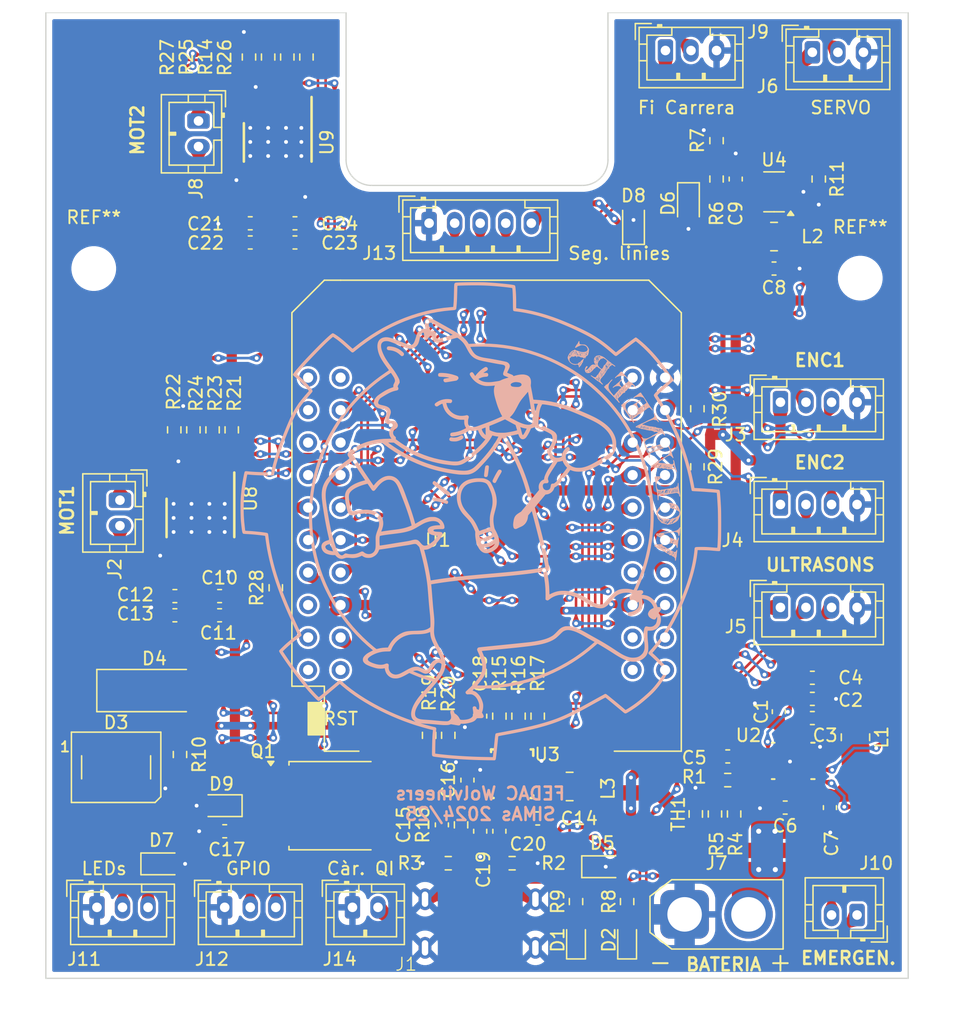
<source format=kicad_pcb>
(kicad_pcb (version 20240108) (generator "pcbnew") (generator_version "8.0")
  (layers (0 "F.Cu" signal) (31 "B.Cu" signal) (34 "B.Paste" user) (35 "F.Paste" user) (36 "B.SilkS" user "B.Silkscreen") (37 "F.SilkS" user "F.Silkscreen") (38 "B.Mask" user) (39 "F.Mask" user) (44 "Edge.Cuts" user))
  (net 0 "")
  (net 1 "GND")
  (net 2 "VCC")
  (net 3 "Net-(U2-PMID)")
  (net 4 "/Alimentació/BTST")
  (net 5 "Net-(U2-SW)")
  (net 6 "Net-(U2-REGN)")
  (net 7 "+5V")
  (net 8 "Net-(U8-CPH)")
  (net 9 "Net-(U8-CPL)")
  (net 10 "+12V")
  (net 11 "Net-(U8-VCP)")
  (net 12 "Net-(U3-SW)")
  (net 13 "Net-(U3-BST)")
  (net 14 "Net-(Q1-D)")
  (net 15 "Net-(Q1-G)")
  (net 16 "Net-(C18-Pad1)")
  (net 17 "Net-(U3-VCC)")
  (net 18 "Net-(U9-VCP)")
  (net 19 "Net-(U9-CPL)")
  (net 20 "Net-(U9-CPH)")
  (net 21 "/LEDs")
  (net 22 "Net-(D1-K)")
  (net 23 "Net-(D2-K)")
  (net 24 "Net-(J1-CC2)")
  (net 25 "Net-(J1-CC1)")
  (net 26 "Net-(J2-Pin_1)")
  (net 27 "Net-(J2-Pin_2)")
  (net 28 "/ENC2")
  (net 29 "+3.3V")
  (net 30 "/ENC1")
  (net 31 "/ENC4")
  (net 32 "/ENC3")
  (net 33 "/SONS1")
  (net 34 "/SONS2")
  (net 35 "/SERVO")
  (net 36 "Net-(J8-Pin_2)")
  (net 37 "Net-(J8-Pin_1)")
  (net 38 "Net-(U4-SW)")
  (net 39 "Net-(U2-ILIM)")
  (net 40 "Net-(U2-TS_BIAS)")
  (net 41 "Net-(U2-TS)")
  (net 42 "Net-(U4-V_{FB})")
  (net 43 "Net-(U9-VREF)")
  (net 44 "Net-(U3-COMP)")
  (net 45 "Net-(U3-ILIMIT)")
  (net 46 "Net-(U3-FREQ_SYNC)")
  (net 47 "Net-(U3-FB)")
  (net 48 "Net-(U8-VREF)")
  (net 49 "/EN{slash}IN4")
  (net 50 "/Alimentació/SDA")
  (net 51 "/Alimentació/SCL")
  (net 54 "/EXT_GPIO")
  (net 56 "/EN{slash}IN3")
  (net 57 "/LINIA2")
  (net 59 "/IPROPI1")
  (net 60 "/LINIA3")
  (net 61 "Net-(D3-DOUT)")
  (net 63 "/EN{slash}IN1")
  (net 64 "/LINIA1")
  (net 65 "/FIDECURSA")
  (net 67 "Net-(D3-VDD)")
  (net 68 "/Alimentació/{slash}INT")
  (net 71 "/nFAULT")
  (net 72 "/IPROPI2")
  (net 74 "Net-(D1-A)")
  (net 77 "/PH{slash}IN2")
  (net 80 "Net-(D2-A)")
  (net 81 "/VSys")
  (net 82 "EM_BTN")
  (net 86 "/nSLEEP")
  (net 87 "Net-(J7-Pin_2)")
  (footprint "Resistor_SMD:R_0603_1608Metric" (layer "F.Cu") (at 134.049999 67.612499 -90)
    (property "Reference" "R23")
    (property "Value" "R")
  )
  (footprint "Resistor_SMD:R_0603_1608Metric" (layer "F.Cu") (at 131.5 93 -90)
    (property "Reference" "R10")
    (property "Value" "DNP")
  )
  (footprint "ESP32_mini:ESP32_mini" (layer "F.Cu") (at 155.5 74.96)
    (property "Reference" "U1")
    (property "Value" "mini_esp32")
  )
  (footprint "Inductor_SMD:L_1008_2520Metric_Pad1.43x2.20mm_HandSolder" (layer "F.Cu") (at 178 52.5)
    (property "Reference" "L2")
    (property "Value" "2.2 u")
  )
  (footprint "Capacitor_SMD:C_0603_1608Metric_Pad1.08x0.95mm_HandSolder" (layer "F.Cu") (at 140.499999 52.959999)
    (property "Reference" "C23")
    (property "Value" "100 n")
  )
  (footprint "BQ25628E:WQFN-HR18__RYK_TEX" (layer "F.Cu") (at 179.5 93.5)
    (property "Reference" "U2")
    (property "Value" "BQ25628ERYKR")
  )
  (footprint "Resistor_SMD:R_0603_1608Metric" (layer "F.Cu") (at 135.549999 67.612499 -90)
    (property "Reference" "R21")
    (property "Value" "R")
  )
  (footprint "Connector_JST:JST_PH_B3B-PH-K_1x03_P2.00mm_Vertical" (layer "F.Cu") (at 169.5 37.95)
    (property "Reference" "J9")
    (property "Value" "Conn_01x03_Socket")
  )
  (footprint "Resistor_SMD:R_0603_1608Metric" (layer "F.Cu") (at 139.899997 38.459999 -90)
    (property "Reference" "R14")
    (property "Value" "R")
  )
  (footprint "MountingHole:MountingHole_3mm" (layer "F.Cu") (at 184.75 55.75)
    (property "Reference" "REF**")
    (property "Value" "MountingHole_3mm")
  )
  (footprint "Connector_JST:JST_PH_B3B-PH-K_1x03_P2.00mm_Vertical" (layer "F.Cu") (at 181 38.09)
    (property "Reference" "J6")
    (property "Value" "Conn_01x03_Socket")
  )
  (footprint "Resistor_SMD:R_0603_1608Metric" (layer "F.Cu") (at 152.5 91.5 90)
    (property "Reference" "R20")
    (property "Value" "80,6 k")
  )
  (footprint "Resistor_SMD:R_0603_1608Metric" (layer "F.Cu") (at 174.875001 97.65 -90)
    (property "Reference" "R4")
    (property "Value" "5.24 k")
  )
  (footprint "Capacitor_SMD:C_0603_1608Metric_Pad1.08x0.95mm_HandSolder" (layer "F.Cu") (at 135 99 180)
    (property "Reference" "C17")
    (property "Value" "22 u")
  )
  (footprint "Capacitor_SMD:C_0603_1608Metric_Pad1.08x0.95mm_HandSolder" (layer "F.Cu") (at 159.5 98 180)
    (property "Reference" "C14")
    (property "Value" "100 n")
  )
  (footprint "Diode_SMD:D_SOD-323" (layer "F.Cu") (at 164.56 101.775)
    (property "Reference" "D5")
    (property "Value" "5 V")
  )
  (footprint "Capacitor_SMD:C_0603_1608Metric_Pad1.08x0.95mm_HandSolder" (layer "F.Cu") (at 131.099999 82.112499 180)
    (property "Reference" "C13")
    (property "Value" "10 u")
  )
  (footprint "Resistor_SMD:R_0603_1608Metric" (layer "F.Cu") (at 173.375001 97.65 90)
    (property "Reference" "R5")
    (property "Value" "30.31 k")
  )
  (footprint "Capacitor_SMD:C_0603_1608Metric_Pad1.08x0.95mm_HandSolder" (layer "F.Cu") (at 137 52.959999 180)
    (property "Reference" "C21")
    (property "Value" "10 u")
  )
  (footprint "Capacitor_SMD:C_0603_1608Metric_Pad1.08x0.95mm_HandSolder" (layer "F.Cu") (at 174.375001 93.15 180)
    (property "Reference" "C5")
    (property "Value" "4.7 u")
  )
  (footprint "Resistor_SMD:R_0603_1608Metric" (layer "F.Cu") (at 172 65.96 90)
    (property "Reference" "R30")
    (property "Value" "4.7k")
  )
  (footprint "USBC_6_DEALON:USB_C_6_DEALON" (layer "F.Cu") (at 155 104.0375)
    (property "Reference" "J1")
    (property "Value" "USB_C_Receptacle_PowerOnly_6P")
  )
  (footprint "Capacitor_SMD:C_0603_1608Metric_Pad1.08x0.95mm_HandSolder" (layer "F.Cu") (at 155 90 -90)
    (property "Reference" "C18")
    (property "Value" "22 n")
  )
  (footprint "Resistor_SMD:R_0603_1608Metric" (layer "F.Cu") (at 131.049999 67.612499 90)
    (property "Reference" "R22")
    (property "Value" "R")
  )
  (footprint "Resistor_SMD:R_0603_1608Metric" (layer "F.Cu") (at 141.399997 38.459999 -90)
    (property "Reference" "R26")
    (property "Value" "R")
  )
  (footprint "Capacitor_SMD:C_0603_1608Metric_Pad1.08x0.95mm_HandSolder" (layer "F.Cu") (at 178.875001 97.15 180)
    (property "Reference" "C6")
    (property "Value" "10 u")
  )
  (footprint "Resistor_SMD:R_0603_1608Metric" (layer "F.Cu") (at 162.5 104.5 90)
    (property "Reference" "R9")
    (property "Value" "10 k")
  )
  (footprint "Capacitor_SMD:C_0603_1608Metric_Pad1.08x0.95mm_HandSolder" (layer "F.Cu") (at 181 88.65)
    (property "Reference" "C2")
    (property "Value" "10 u")
  )
  (footprint "Diode_SMD:D_SOD-323" (layer "F.Cu") (at 171.3 49.9 -90)
    (property "Reference" "D6")
    (property "Value" "5 V")
  )
  (footprint "Capacitor_SMD:C_0603_1608Metric_Pad1.08x0.95mm_HandSolder" (layer "F.Cu") (at 152 98.5 -90)
    (property "Reference" "C15")
    (property "Value" "22 n")
  )
  (footprint "Capacitor_SMD:C_0603_1608Metric_Pad1.08x0.95mm_HandSolder" (layer "F.Cu") (at 131.099999 80.612499 180)
    (property "Reference" "C12")
    (property "Value" "100 n")
  )
  (footprint "Resistor_SMD:R_0603_1608Metric" (layer "F.Cu") (at 173.5 45 90)
    (property "Reference" "R7")
    (property "Value" "10 k")
  )
  (footprint "Capacitor_SMD:C_0603_1608Metric_Pad1.08x0.95mm_HandSolder" (layer "F.Cu") (at 178 55)
    (property "Reference" "C8")
    (property "Value" "10 u")
  )
  (footprint "Capacitor_SMD:C_0603_1608Metric_Pad1.08x0.95mm_HandSolder" (layer "F.Cu") (at 156.5 99 -90)
    (property "Reference" "C20")
    (property "Value" "100 u")
  )
  (footprint "Resistor_SMD:R_0603_1608Metric" (layer "F.Cu") (at 181.5 48 -90)
    (property "Reference" "R11")
    (property "Value" "732 k")
  )
  (footprint "Connector_JST:JST_PH_B5B-PH-K_1x05_P2.00mm_Vertical" (layer "F.Cu") (at 151 51.45)
    (property "Reference" "J13")
    (property "Value" "Conn_01x05_Pin")
  )
  (footprint "Resistor_SMD:R_0603_1608Metric" (layer "F.Cu") (at 152.5 101.5)
    (property "Reference" "R3")
    (property "Value" "5.1 k")
  )
  (footprint "Connector_JST:JST_PH_B3B-PH-K_1x03_P2.00mm_Vertical" (layer "F.Cu") (at 125 104.95)
    (property "Reference" "J11")
    (property "Value" "Conn_01x03_Pin")
  )
  (footprint "Connector_JST:JST_PH_B3B-PH-K_1x03_P2.00mm_Vertical" (layer "F.Cu") (at 135 104.95)
    (property "Reference" "J12")
    (property "Value" "Conn_01x03_Pin")
  )
  (footprint "Connector_JST:JST_PH_B2B-PH-K_1x02_P2.00mm_Vertical" (layer "F.Cu") (at 184.5 105.55 180)
    (property "Reference" "J10")
    (property "Value" "Conn_01x02_Pin")
  )
  (footprint "Inductor_SMD:L_1008_2520Metric_Pad1.43x2.20mm_HandSolder" (layer "F.Cu") (at 184.375001 91.65 -90)
    (property "Reference" "L1")
    (property "Value" "1 u")
  )
  (footprint "Resistor_SMD:R_0603_1608Metric" (layer "F.Cu") (at 158 90 90)
    (property "Reference" "R16")
    (property "Value" "56,2 k")
  )
  (footprint "Connector_JST:JST_PH_B4B-PH-K_1x04_P2.00mm_Vertical" (layer "F.Cu") (at 178.5 65.45)
    (property "Reference" "J3")
    (property "Value" "Conn_01x04_Socket")
  )
  (footprint "Capacitor_SMD:C_0603_1608Metric_Pad1.08x0.95mm_HandSolder" (layer "F.Cu") (at 178.375001 89.65 -90)
    (property "Reference" "C1")
    (property "Value" "1 u")
  )
  (footprint "Resistor_SMD:R_0603_1608Metric" (layer "F.Cu") (at 138.399997 38.459999 90)
    (property "Reference" "R25")
    (property "Value" "R")
  )
  (footprint "Diode_SMD:D_SMA_Handsoldering" (layer "F.Cu") (at 129.5 88)
    (property "Reference" "D4")
    (property "Value" "D")
  )
  (footprint "Capacitor_SMD:C_0603_1608Metric_Pad1.08x0.95mm_HandSolder" (layer "F.Cu") (at 134.599999 80.612499)
    (property "Reference" "C10")
    (property "Value" "22 n")
  )
  (footprint "Connector_JST:JST_PH_B2B-PH-K_1x02_P2.00mm_Vertical" (layer "F.Cu") (at 126.8 73.112499 -90)
    (property "Reference" "J2")
    (property "Value" "Conn_01x02_Socket")
  )
  (footprint "Capacitor_SMD:C_0603_1608Metric_Pad1.08x0.95mm_HandSolder" (layer "F.Cu") (at 154 95 90)
    (property "Reference" "C16")
    (property "Value" "10 u")
  )
  (footprint "Resistor_SMD:R_0603_1608Metric" (layer "F.Cu") (at 156.5 90 90)
    (property "Reference" "R15")
    (property "Value" "86,6 k")
  )
  (footprint "dvr8876pwpr:PWP0016J_N" (layer "F.Cu") (at 133 74.5 -90)
    (property "Reference" "U8")
    (property "Value" "DRV8876PWPR")
  )
  (footprint "Diode_SMD:D_0603_1608Metric" (layer "F.Cu") (at 162.5 107.5 90)
    (property "Reference" "D1")
    (property "Value" "LED")
  )
  (footprint "Capacitor_SMD:C_0603_1608Metric_Pad1.08x0.95mm_HandSolder" (layer "F.Cu") (at 137 51.459999 180)
    (property "Reference" "C22")
    (property "Value" "100 n")
  )
  (footprint "Inductor_SMD:L_1008_2520Metric_Pad1.43x2.20mm_HandSolder" (layer "F.Cu") (at 162 95.5 180)
    (property "Reference" "L3")
    (property "Value" "900 n")
  )
  (footprint "Resistor_SMD:R_0603_1608Metric" (layer "F.Cu") (at 174.375001 95)
    (property "Reference" "R1")
    (property "Value" "1,2 k")
  )
  (footprint "Resistor_SMD:R_0603_1608Metric" (layer "F.Cu") (at 139 79.96 -90)
    (property "Reference" "R28")
    (property "Value" "4.7k")
  )
  (footprint "dvr8876pwpr:PWP0016J_N" (layer "F.Cu") (at 139.049999 45.134999 -90)
    (property "Reference" "U9")
    (property "Value" "DRV8876PWPR")
  )
  (footprint "Connector_JST:JST_PH_B2B-PH-K_1x02_P2.00mm_Vertical" (layer "F.Cu") (at 145 104.95)
    (property "Reference" "J14")
    (property "Value" "Conn_01x02_Pin")
  )
  (footprint "Diode_SMD:D_0603_1608Metric" (layer "F.Cu") (at 166.5 107.5 90)
    (property "Reference" "D2")
    (property "Value" "LED")
  )
  (footprint "Resistor_SMD:R_0603_1608Metric" (layer "F.Cu") (at 153.5 98.5 -90)
    (property "Reference" "R18")
    (property "Value" "178 k")
  )
  (footprint "Capacitor_SMD:C_0603_1608Metric_Pad1.08x0.95mm_HandSolder" (layer "F.Cu") (at 182.375001 97.15 -90)
    (property "Reference" "C7")
    (property "Value" "20 u")
  )
  (footprint "Resistor_SMD:R_0603_1608Metric" (layer "F.Cu") (at 132.549999 67.612499 90)
    (property "Reference" "R24")
    (property "Value" "R")
  )
  (footprint "Capacitor_SMD:C_0603_1608Metric_Pad1.08x0.95mm_HandSolder" (layer "F.Cu") (at 134.599999 82.112499 180)
    (property "Reference" "C11")
    (property "Value" "100 n")
  )
  (footprint "Capacitor_SMD:C_0603_1608Metric_Pad1.08x0.95mm_HandSolder" (layer "F.Cu") (at 181 90.15)
    (property "Reference" "C3")
    (property "Value" "100 n")
  )
  (footprint "Connector_JST:JST_PH_B2B-PH-K_1x02_P2.00mm_Vertical" (layer "F.Cu") (at 132.949997 43.459999 -90)
    (property "Reference" "J8")
    (property "Value" "Conn_01x02_Socket")
  )
  (footprint "Connector_AMASS:AMASS_XT30U-M_1x02_P5.0mm_Vertical" (layer "F.Cu") (at 171 105.5)
    (property "Reference" "J7")
    (property "Value" "Bateria")
  )
  (footprint "Package_TO_SOT_SMD:TO-252-2" (layer "F.Cu") (at 143.34 97.0025)
    (property "Reference" "Q1")
    (property "Value" "QM6015D")
  )
  (footprint "Connector_JST:JST_PH_B4B-PH-K_1x04_P2.00mm_Vertical" (layer "F.Cu") (at 178.5 73.45)
    (property "Reference" "J4")
    (property "Value" "Conn_01x04_Socket")
  )
  (footprint "Resistor_SMD:R_0603_1608Metric" (layer "F.Cu") (at 173.5 48 90)
    (property "Reference" "R6")
    (property "Value" "91 k")
  )
  (footprint "Capacitor_SMD:C_0603_1608Metric_Pad1.08x0.95mm_HandSolder" (layer "F.Cu") (at 140.5 51.459999)
    (property "Reference" "C24")
    (property "Value" "22 n")
  )
  (footprint "Resistor_SMD:R_0603_1608Metric" (layer "F.Cu") (at 166.5 104.5 90)
    (property "Reference" "R8")
    (property "Value" "10 k")
  )
  (footprint "Capacitor_SMD:C_0603_1608Metric_Pad1.08x0.95mm_HandSolder" (layer "F.Cu") (at 175 48 90)
    (property "Reference" "C9")
    (property "Value" "10 u")
  )
  (footprint "Package_TO_SOT_SMD:SOT-23-6" (layer "F.Cu") (at 178 49 180)
    (property "Reference" "U4")
    (property "Value" "TLV61070ADBV")
  )
  (footprint "Connector_JST:JST_PH_B4B-PH-K_1x04_P2.00mm_Vertical" (layer "F.Cu") (at 178.5 81.5)
    (property "Reference" "J5")
    (property "Value" "Conn_01x04_Socket")
  )
  (footprint "MountingHole:MountingHole_3mm" (layer "F.Cu") (at 124.75 55)
    (property "Reference" "REF**")
    (property "Value" "MountingHole_3mm")
  )
  (footprint "Capacitor_SMD:C_0603_1608Metric_Pad1.08x0.95mm_HandSolder" (layer "F.Cu") (at 155 99 -90)
    (property "Reference" "C19")
    (property "Value" "4,7 u")
  )
  (footprint "Resistor_SMD:R_0603_1608Metric" (layer "F.Cu") (at 172 70.5 -90)
    (property "Reference" "R29")
    (property "Value" "4.7k")
  )
  (footprint "LED_SMD:LED_WS2812B_PLCC4_5.0x5.0mm_P3.2mm" (layer "F.Cu") (at 126.5 94)
    (property "Reference" "D3")
    (property "Value" "WS2812B")
  )
  (footprint "Resistor_SMD:R_0603_1608Metric" (layer "F.Cu") (at 159.5 90 90)
    (property "Reference" "R17")
    (property "Value" "274 k")
  )
  (footprint "Diode_SMD:D_SOD-323" (layer "F.Cu") (at 130.05 101.55)
    (property "Reference" "D7")
    (property "Value" "5 V")
  )
  (footprint "Resistor_SMD:R_0603_1608Metric_Pad0.98x0.95mm_HandSolder" (layer "F.Cu") (at 171.875001 97.65 90)
    (property "Reference" "TH1")
    (property "Value" "10 k 3434")
  )
  (footprint "Capacitor_SMD:C_0603_1608Metric_Pad1.08x0.95mm_HandSolder" (layer "F.Cu") (at 181 87 180)
    (property "Reference" "C4")
    (property "Value" "47 n")
  )
  (footprint "tps611781rnwr:RNW0013A" (layer "F.Cu") (at 157.5 94.5 -90)
    (property "Reference" "U3")
    (property "Value" "TPS611781RNWR")
  )
  (footprint "Resistor_SMD:R_0603_1608Metric" (layer "F.Cu") (at 136.899997 38.459999 90)
    (property "Reference" "R27")
    (property "Value" "R")
  )
  (footprint "Diode_SMD:D_SOD-323" (layer "F.Cu") (at 134.75 97 180)
    (property "Reference" "D9")
    (property "Value" "12 V")
  )
  (footprint "Diode_SMD:D_SOD-323" (layer "F.Cu") (at 167 51.5 90)
    (property "Reference" "D8")
    (property "Value" "3,3 V")
  )
  (footprint "Resistor_SMD:R_0603_1608Metric" (layer "F.Cu") (at 151 91.5 90)
    (property "Reference" "R19")
    (property "Value" "732 k")
  )
  (footprint "Resistor_SMD:R_0603_1608Metric" (layer "F.Cu") (at 157.5 101.5 180)
    (property "Reference" "R2")
    (property "Value" "5.1 k")
  )
  (footprint "Logo_wolvineers:wolvineers" (layer "B.Cu") (at 156.25 74.75 180)
    (property "Reference" "G***" (hide yes))
    (property "Value" "LOGO" (hide yes))
  )
  (gr_line (start 188.5 35) (end 188.5 110.5) (stroke (width 0.1)) (layer "Edge.Cuts"))
  (gr_arc (start 146.5 48.5) (mid 145.085786 47.914214) (end 144.5 46.5) (stroke (width 0.1)) (layer "Edge.Cuts"))
  (gr_line (start 121 35) (end 144.5 35) (stroke (width 0.05)) (layer "Edge.Cuts"))
  (gr_line (start 165 35) (end 165 46.5) (stroke (width 0.1)) (layer "Edge.Cuts"))
  (gr_line (start 188.5 110.5) (end 121 110.5) (stroke (width 0.1)) (layer "Edge.Cuts"))
  (gr_line (start 163 48.5) (end 146.5 48.5) (stroke (width 0.1)) (layer "Edge.Cuts"))
  (gr_line (start 144.5 46.5) (end 144.5 35) (stroke (width 0.1)) (layer "Edge.Cuts"))
  (gr_arc (start 165 46.5) (mid 164.414214 47.914214) (end 163 48.5) (stroke (width 0.1)) (layer "Edge.Cuts"))
  (gr_line (start 121 110.5) (end 121 35) (stroke (width 0.1)) (layer "Edge.Cuts"))
  (gr_line (start 165 35) (end 188.5 35) (stroke (width 0.05)) (layer "Edge.Cuts"))
  (gr_text "FEDAC Wolvineers\nSIMAs 2024/25" (at 155 98.25 0) (layer "B.SilkS") (effects (font (size 1 1) (thickness 0.2) (bold yes)) (justify bottom mirror)))
  (gr_text "Càr. QI" (at 142.9 102.5 0) (layer "F.SilkS") (effects (font (size 1 1)) (justify left bottom)))
  (gr_text "GPIO" (at 135 102.5 0) (layer "F.SilkS") (effects (font (size 1 1)) (justify left bottom)))
  (gr_text "ULTRASONS" (at 177.25 78.75 0) (layer "F.SilkS") (effects (font (size 1 1) (thickness 0.2) (bold yes)) (justify left bottom)))
  (gr_text "SERVO" (at 180.75 43 0) (layer "F.SilkS") (effects (font (size 1 1)) (justify left bottom)))
  (gr_text "ENC1\n" (at 179.5 62.75 0) (layer "F.SilkS") (effects (font (size 1 1) (thickness 0.2) (bold yes)) (justify left bottom)))
  (gr_text "BATERIA" (at 171 110 0) (layer "F.SilkS") (effects (font (size 1 1) (thickness 0.2) (bold yes)) (justify left bottom)))
  (gr_text "MOT2" (at 128.75 46.25 90) (layer "F.SilkS") (effects (font (size 1 1) (thickness 0.2) (bold yes)) (justify left bottom)))
  (gr_text "LEDs" (at 123.7 102.5 0) (layer "F.SilkS") (effects (font (size 1 1)) (justify left bottom)))
  (gr_text "Fi Carrera" (at 167.25 43 0) (layer "F.SilkS") (effects (font (size 1 1)) (justify left bottom)))
  (gr_text "MOT1" (at 123.25 76 90) (layer "F.SilkS") (effects (font (size 1 1) (thickness 0.2) (bold yes)) (justify left bottom)))
  (gr_text "Seg. linies" (at 161.8 54.4 0) (layer "F.SilkS") (effects (font (size 1 1)) (justify left bottom)))
  (gr_text "EMERGEN." (at 180 109.5 0) (layer "F.SilkS") (effects (font (size 1 1) (thickness 0.2) (bold yes)) (justify left bottom)))
  (gr_text "ENC2" (at 179.5 70.75 0) (layer "F.SilkS") (effects (font (size 1 1) (thickness 0.2) (bold yes)) (justify left bottom)))
  (segment (start 179.1375 49) (end 180.3 49) (width 0.6) (layer "F.Cu") (net 1))
  (segment (start 152.6875 90.8625) (end 152.5 90.675) (width 0.4) (layer "F.Cu") (net 1))
  (segment (start 177.962501 97.2) (end 178.012501 97.15) (width 0.8) (layer "F.Cu") (net 1))
  (segment (start 129.625 81.5) (end 129.25 81.5) (width 0.8) (layer "F.Cu") (net 1))
  (segment (start 133.7 97) (end 132.8 97) (width 0.6) (layer "F.Cu") (net 1))
  (segment (start 129.950002 77.450002) (end 130.724998 77.450002) (width 0.4) (layer "F.Cu") (net 1))
  (segment (start 150.5 101.5) (end 151.675 101.5) (width 0.8) (layer "F.Cu") (net 1))
  (segment (start 134.1375 99) (end 133 99) (width 0.8) (layer "F.Cu") (net 1))
  (segment (start 141.3 48.109999) (end 141.324998 48.085001) (width 0.4) (layer "F.Cu") (net 1))
  (segment (start 157.5 93.950001) (end 159.349999 93.950001) (width 0.3) (layer "F.Cu") (net 1))
  (segment (start 159.04 104.0375) (end 159.32 104.3175) (width 0.8) (layer "F.Cu") (net 1))
  (segment (start 140.674997 48.085001) (end 140.674997 48.774997) (width 0.4) (layer "F.Cu") (net 1))
  (segment (start 182.4 98.037499) (end 182.375001 98.0125) (width 0.8) (layer "F.Cu") (net 1))
  (segment (start 152.25 104.0375) (end 150.96 104.0375) (width 0.8) (layer "F.Cu") (net 1))
  (segment (start 181.325 49) (end 181.5 48.825) (width 0.8) (layer "F.Cu") (net 1))
  (segment (start 141.3 49.4) (end 141.3 48.109999) (width 0.4) (layer "F.Cu") (net 1))
  (segment (start 134.540001 51.459999) (end 134.5 51.5) (width 0.8) (layer "F.Cu") (net 1))
  (segment (start 180.075 93.049998) (end 180.474999 92.649999) (width 0.2) (layer "F.Cu") (net 1))
  (segment (start 136.1375 51.459999) (end 134.540001 51.459999) (width 0.8) (layer "F.Cu") (net 1))
  (segment (start 135.914999 48.085001) (end 136.774997 48.085001) (width 0.4) (layer "F.Cu") (net 1))
  (segment (start 134.6 78.050002) (end 134.6 77.6) (width 0.4) (layer "F.Cu") (net 1))
  (segment (start 131.049999 66.450001) (end 131.049999 66.787499) (width 0.8) (layer "F.Cu") (net 1))
  (segment (start 171.85 96.712499) (end 171.875001 96.7375) (width 0.8) (layer "F.Cu") (net 1))
  (segment (start 176.7125 88.7875) (end 176.5 89) (width 0.8) (layer "F.Cu") (net 1))
  (segment (start 131.75 65.75) (end 132.549999 66.549999) (width 0.8) (layer "F.Cu") (net 1))
  (segment (start 130.237499 82.112499) (end 129.862499 82.112499) (width 0.8) (layer "F.Cu") (net 1))
  (segment (start 157.5 93.950001) (end 154.187499 93.950001) (width 0.3) (layer "F.Cu") (net 1))
  (segment (start 131.9 101.55) (end 131.1 101.55) (width 0.6) (layer "F.Cu") (net 1))
  (segment (start 179.25 93.550001) (end 179.874998 93.550001) (width 0.4) (layer "F.Cu") (net 1))
  (segment (start 164.825 101.775) (end 165.61 101.775) (width 0.6) (layer "F.Cu") (net 1))
  (segment (start 158.000002 93.950001) (end 157.5 93.950001) (width 0.2) (layer "F.Cu") (net 1))
  (segment (start 131.75 65.75) (end 131.049999 66.450001) (width 0.8) (layer "F.Cu") (net 1))
  (segment (start 173.287501 96.7375) (end 173.375001 96.825) (width 0.8) (layer "F.Cu") (net 1))
  (segment (start 159.349999 93.950001) (end 159.8 93.5) (width 0.3) (layer "F.Cu") (net 1))
  (segment (start 182.85 88.65) (end 181.8625 88.65) (width 0.8) (layer "F.Cu") (net 1))
  (segment (start 173.550001 93.1875) (end 173.512501 93.15) (width 0.8) (layer "F.Cu") (net 1))
  (segment (start 172.5 44.175) (end 173.5 44.175) (width 0.4) (layer "F.Cu") (net 1))
  (segment (start 158.000002 92.900001) (end 158.000002 93.950001) (width 0.2) (layer "F.Cu") (net 1))
  (segment (start 171.875001 96.7375) (end 173.287501 96.7375) (width 0.8) (layer "F.Cu") (net 1))
  (segment (start 136.899997 37.634999) (end 138.399997 37.634999) (width 0.8) (layer "F.Cu") (net 1))
  (segment (start 175 47.1375) (end 175 46) (width 0.8) (layer "F.Cu") (net 1))
  (segment (start 140.674997 48.774997) (end 141.3 49.4) (width 0.4) (layer "F.Cu") (net 1))
  (segment (start 150.96 104.0375) (end 150.68 104.3175) (width 0.8) (layer "F.Cu") (net 1))
  (segment (start 137.424998 40.8) (end 137.424998 42.185) (width 0.4) (layer "F.Cu") (net 1))
  (segment (start 171.3 50.95) (end 171.3 51.9) (width 0.6) (layer "F.Cu") (net 1))
  (segment (start 173.375001 94.825) (end 173.550001 94.65) (width 0.8) (layer "F.Cu") (net 1))
  (segment (start 180.075 93.349999) (end 180.075 93.049998) (width 0.2) (layer "F.Cu") (net 1))
  (segment (start 178.375001 88.7875) (end 176.7125 88.7875) (width 0.8) (layer "F.Cu") (net 1))
  (segment (start 182 90.2875) (end 181.8625 90.15) (width 0.6) (layer "F.Cu") (net 1))
  (segment (start 130.35 95.65) (end 128.95 95.65) (width 0.4) (layer "F.Cu") (net 1))
  (segment (start 159.5 101.5) (end 158.325 101.5) (width 0.8) (layer "F.Cu") (net 1))
  (segment (start 182.4 99.1) (end 182.4 98.037499) (width 0.8) (layer "F.Cu") (net 1))
  (segment (start 157.75 104.0375) (end 159.04 104.0375) (width 0.8) (layer "F.Cu") (net 1))
  (segment (start 158 88.1) (end 158 89.175) (width 0.4) (layer "F.Cu") (net 1))
  (segment (start 181.5 48.825) (end 181.5 50) (width 0.8) (layer "F.Cu") (net 1))
  (segment (start 135.274999 78.725001) (end 134.6 78.050002) (width 0.4) (layer "F.Cu") (net 1))
  (segment (start 136.5 37.235002) (end 136.899997 37.634999) (width 0.8) (layer "F.Cu") (net 1))
  (segment (start 153.8 90.8625) (end 152.6875 90.8625) (width 0.4) (layer "F.Cu") (net 1))
  (segment (start 136.1375 51.459999) (end 136.1375 52.959999) (width 0.8) (layer "F.Cu") (net 1))
  (segment (start 181.350001 92.649999) (end 180.474999 92.649999) (width 0.2) (layer "F.Cu") (net 1))
  (segment (start 129.862499 82.112499) (end 129.25 81.5) (width 0.8) (layer "F.Cu") (net 1))
  (segment (start 179.874998 93.550001) (end 180.075 93.349999) (width 0.4) (layer "F.Cu") (net 1))
  (segment (start 167 50.45) (end 167 51.2) (width 0.6) (layer "F.Cu") (net 1))
  (segment (start 176.9 97.2) (end 177.962501 97.2) (width 0.8) (layer "F.Cu") (net 1))
  (segment (start 155 99.8625) (end 155 101) (width 0.4) (layer "F.Cu") (net 1))
  (segment (start 129.25 81.5) (end 130.137501 80.612499) (width 0.8) (layer "F.Cu") (net 1))
  (segment (start 155 99.8625) (end 156.5 99.8625) (width 0.4) (layer "F.Cu") (net 1))
  (segment (start 178.8625 55) (end 180 55) (width 0.8) (layer "F.Cu") (net 1))
  (segment (start 153.8 90.8625) (end 155 90.8625) (width 0.4) (layer "F.Cu") (net 1))
  (segment (start 135.274999 78.725001) (end 135.274999 77.450002) (width 0.4) (layer "F.Cu") (net 1))
  (segment (start 173.375001 96.825) (end 173.375001 94.825) (width 0.8) (layer "F.Cu") (net 1))
  (segment (start 181.8625 90.15) (end 181.8625 88.65) (width 0.8) (layer "F.Cu") (net 1))
  (segment (start 131.374999 70.074999) (end 131.374999 71.550001) (width 0.4) (layer "F.Cu") (net 1))
  (segment (start 136.5 36.5) (end 136.5 37.235002) (width 0.8) (layer "F.Cu") (net 1))
  (segment (start 173.550001 94.65) (end 173.550001 93.1875) (width 0.8) (layer "F.Cu") (net 1))
  (segment (start 171.85 95.6) (end 171.85 96.712499) (width 0.8) (layer "F.Cu") (net 1))
  (segment (start 130.137501 80.612499) (end 130.237499 80.612499) (width 0.8) (layer "F.Cu") (net 1))
  (segment (start 181.6 92.4) (end 181.350001 92.649999) (width 0.2) (layer "F.Cu") (net 1))
  (segment (start 132.549999 66.549999) (end 132.549999 66.787499) (width 0.8) (layer "F.Cu") (net 1))
  (segment (start 154.187499 93.950001) (end 154 94.1375) (width 0.3) (layer "F.Cu") (net 1))
  (segment (start 130.237499 82.112499) (end 129.625 81.5) (width 0.8) (layer "F.Cu") (net 1))
  (segment (start 158 89.175) (end 159.5 89.175) (width 0.4) (layer "F.Cu") (net 1))
  (via (at 141.3 49.4) (size 0.6) (drill 0.3) (layers "F.Cu" "B.Cu") (net 1))
  (via (at 155 101) (size 0.6) (drill 0.3) (layers "F.Cu" "B.Cu") (net 1))
  (via (at 141 44) (size 0.6) (drill 0.3) (layers "F.Cu" "B.Cu") (net 1))
  (via (at 138.4 46.2) (size 0.6) (drill 0.3) (layers "F.Cu" "B.Cu") (net 1))
  (via (at 137 44) (size 0.6) (drill 0.3) (layers "F.Cu" "B.Cu") (net 1))
  (via (at 150.5 101.5) (size 0.6) (drill 0.3) (layers "F.Cu" "B.Cu") (net 1))
  (via (at 175 46) (size 0.6) (drill 0.3) (layers "F.Cu" "B.Cu") (net 1))
  (via (at 164.825 101.775) (size 0.6) (drill 0.3) (layers "F.Cu" "B.Cu") (net 1))
  (via (at 141 45.1) (size 0.6) (drill 0.3) (layers "F.Cu" "B.Cu") (net 1))
  (via (at 133.8 74.5) (size 0.6) (drill 0.3) (layers "F.Cu" "B.Cu") (net 1))
  (via (at 176.5 89) (size 0.6) (drill 0.3) (layers "F.Cu" "B.Cu") (net 1))
  (via (at 132.4 74.5) (size 0.6) (drill 0.3) (layers "F.Cu" "B.Cu") (net 1))
  (via (at 139.8 44) (size 0.6) (drill 0.3) (layers "F.Cu" "B.Cu") (net 1))
  (via (at 137 45.1) (size 0.6) (drill 0.3) (layers "F.Cu" "B.Cu") (net 1))
  (via (at 182.85 88.65) (size 0.6) (drill 0.3) (layers "F.Cu" "B.Cu") (net 1))
  (via (at 137.424998 40.8) (size 0.6) (drill 0.3) (layers "F.Cu" "B.Cu") (net 1))
  (via (at 180.3 49) (size 0.6) (drill 0.3) (layers "F.Cu" "B.Cu") (net 1))
  (via (at 171.3 51.9) (size 0.6) (drill 0.3) (layers "F.Cu" "B.Cu") (net 1))
  (via (at 135 75.6) (size 0.6) (drill 0.3) (layers "F.Cu" "B.Cu") (net 1))
  (via (at 138.4 44) (size 0.6) (drill 0.3) (layers "F.Cu" "B.Cu") (net 1))
  (via (at 152.2 93.6) (size 0.6) (drill 0.3) (layers "F.Cu" "B.Cu") (net 1))
  (via (at 159.8 93.5) (size 0.6) (drill 0.3) (layers "F.Cu" "B.Cu") (net 1))
  (via (at 129.25 81.5) (size 0.6) (drill 0.3) (layers "F.Cu" "B.Cu") (net 1))
  (via (at 133.8 75.6) (size 0.6) (drill 0.3) (layers "F.Cu" "B.Cu") (net 1))
  (via (at 181.6 92.4) (size 0.6) (drill 0.3) (layers "F.Cu" "B.Cu") (net 1))
  (via (at 172.5 44.175) (size 0.6) (drill 0.3) (layers "F.Cu" "B.Cu") (net 1))
  (via (at 152.6 94.3) (size 0.6) (drill 0.3) (layers "F.Cu" "B.Cu") (net 1))
  (via (at 131.374999 70.074999) (size 0.6) (drill 0.3) (layers "F.Cu" "B.Cu") (net 1))
  (via (at 132.4 73.4) (size 0.6) (drill 0.3) (layers "F.Cu" "B.Cu") (net 1))
  (via (at 179.25 93.550001) (size 0.6) (drill 0.3) (layers "F.Cu" "B.Cu") (net 1))
  (via (at 131.9 101.55) (size 0.6) (drill 0.3) (layers "F.Cu" "B.Cu") (net 1))
  (via (at 132.4 75.6) (size 0.6) (drill 0.3) (layers "F.Cu" "B.Cu") (net 1))
  (via (at 134.5 51.5) (size 0.6) (drill 0.3) (layers "F.Cu" "B.Cu") (net 1))
  (via (at 139.8 45.1) (size 0.6) (drill 0.3) (layers "F.Cu" "B.Cu") (net 1))
  (via (at 180 55) (size 0.6) (drill 0.3) (layers "F.Cu" "B.Cu") (net 1))
  (via (at 131 74.5) (size 0.6) (drill 0.3) (layers "F.Cu" "B.Cu") (net 1))
  (via (at 139.8 46.2) (size 0.6) (drill 0.3) (layers "F.Cu" "B.Cu") (net 1))
  (via (at 155 94.2) (size 0.6) (drill 0.3) (layers "F.Cu" "B.Cu") (net 1))
  (via (at 131 75.6) (size 0.6) (drill 0.3) (layers "F.Cu" "B.Cu") (net 1))
  (via (at 167 51.2) (size 0.6) (drill 0.3) (layers "F.Cu" "B.Cu") (net 1))
  (via (at 131.75 65.75) (size 0.6) (drill 0.3) (layers "F.Cu" "B.Cu") (net 1))
  (via (at 135.274999 78.725001) (size 0.6) (drill 0.3) (layers "F.Cu" "B.Cu") (net 1))
  (via (at 153.1 93.6) (size 0.6) (drill 0.3) (layers "F.Cu" "B.Cu") (net 1))
  (via (at 138.4 45.1) (size 0.6) (drill 0.3) (layers "F.Cu" "B.Cu") (net 1))
  (via (at 158 88.1) (size 0.6) (drill 0.3) (layers "F.Cu" "B.Cu") (net 1))
  (via (at 159.5 101.5) (size 0.6) (drill 0.3) (layers "F.Cu" "B.Cu") (net 1))
  (via (at 182.4 99.1) (size 0.6) (drill 0.3) (layers "F.Cu" "B.Cu") (net 1))
  (via (at 176.9 97.2) (size 0.6) (drill 0.3) (layers "F.Cu" "B.Cu") (net 1))
  (via (at 133.8 73.4) (size 0.6) (drill 0.3) (layers "F.Cu" "B.Cu") (net 1))
  (via (at 141 46.2) (size 0.6) (drill 0.3) (layers "F.Cu" "B.Cu") (net 1))
  (via (at 153.8 90.8625) (size 0.6) (drill 0.3) (layers "F.Cu" "B.Cu") (net 1))
  (via (at 130.35 95.65) (size 0.6) (drill 0.3) (layers "F.Cu" "B.Cu") (net 1))
  (via (at 132.8 97) (size 0.6) (drill 0.3) (layers "F.Cu" "B.Cu") (net 1))
  (via (at 135 74.5) (size 0.6) (drill 0.3) (layers "F.Cu" "B.Cu") (net 1))
  (via (at 136.5 36.5) (size 0.6) (drill 0.3) (layers "F.Cu" "B.Cu") (net 1))
  (via (at 135.914999 48.085001) (size 0.6) (drill 0.3) (layers "F.Cu" "B.Cu") (net 1))
  (via (at 133 99) (size 0.6) (drill 0.3) (layers "F.Cu" "B.Cu") (net 1))
  (via (at 181.5 50) (size 0.6) (drill 0.3) (layers "F.Cu" "B.Cu") (net 1))
  (via (at 131 73.4) (size 0.6) (drill 0.3) (layers "F.Cu" "B.Cu") (net 1))
  (via (at 129.950002 77.450002) (size 0.6) (drill 0.3) (layers "F.Cu" "B.Cu") (net 1))
  (via (at 137 46.2) (size 0.6) (drill 0.3) (layers "F.Cu" "B.Cu") (net 1))
  (via (at 171.85 95.6) (size 0.6) (drill 0.3) (layers "F.Cu" "B.Cu") (net 1))
  (via (at 135 73.4) (size 0.6) (drill 0.3) (layers "F.Cu" "B.Cu") (net 1))
  (segment (start 171 105.5) (end 171 108) (width 1.6) (layer "B.Cu") (net 1))
  (segment (start 171 105.5) (end 171 103) (width 1.6) (layer "B.Cu") (net 1))
  (segment (start 171 105.5) (end 168.5 105.5) (width 1.6) (layer "B.Cu") (net 1))
  (segment (start 157.2575 102.7) (end 156.52 103.4375) (width 0.8) (layer "F.Cu") (net 2))
  (segment (start 156.038364 105.2) (end 156.52 104.718364) (width 0.8) (layer "F.Cu") (net 2))
  (segment (start 178.375001 90.5125) (end 178.375001 91.275001) (width 0.6) (layer "F.Cu") (net 2))
  (segment (start 153.48 104.718364) (end 153.48 105.62) (width 0.8) (layer "F.Cu") (net 2))
  (segment (start 163.51 101.194509) (end 163.51 101.775) (width 0.8) (layer "F.Cu") (net 2))
  (segment (start 178.875001 91.775001) (end 178.875001 92.359) (width 0.2) (layer "F.Cu") (net 2))
  (segment (start 153.48 104.0375) (end 153.48 104.718364) (width 0.8) (layer "F.Cu") (net 2))
  (segment (start 166.8 97.904509) (end 163.51 101.194509) (width 0.8) (layer "F.Cu") (net 2))
  (segment (start 156.52 103.4375) (end 156.52 104.0375) (width 0.8) (layer "F.Cu") (net 2))
  (segment (start 152.9 106.2) (end 148.25 106.2) (width 0.8) (layer "F.Cu") (net 2))
  (segment (start 166.8 97.202254) (end 166.8 97.904509) (width 0.8) (layer "F.Cu") (net 2))
  (segment (start 171.085246 90.5125) (end 178.375001 90.5125) (width 0.8) (layer "F.Cu") (net 2))
  (segment (start 178.375001 91.275001) (end 178.875001 91.775001) (width 0.4) (layer "F.Cu") (net 2))
  (segment (start 156.52 104.6375) (end 156.52 104.0375) (width 0.2) (layer "F.Cu") (net 2))
  (segment (start 166.8 94.797746) (end 171.085246 90.5125) (width 0.8) (layer "F.Cu") (net 2))
  (segment (start 153.48 104.0375) (end 153.48 104.545685) (width 0.2) (layer "F.Cu") (net 2))
  (segment (start 162.585 102.7) (end 157.2575 102.7) (width 0.8) (layer "F.Cu") (net 2))
  (segment (start 163.51 101.775) (end 162.585 102.7) (width 0.8) (layer "F.Cu") (net 2))
  (segment (start 153.48 105.2) (end 156.038364 105.2) (width 0.8) (layer "F.Cu") (net 2))
  (segment (start 153.48 105.62) (end 152.9 106.2) (width 0.8) (layer "F.Cu") (net 2))
  (segment (start 156.52 104.718364) (end 156.52 104.0375) (width 0.8) (layer "F.Cu") (net 2))
  (segment (start 148.25 106.2) (end 147 104.95) (width 0.8) (layer "F.Cu") (net 2))
  (via (at 166.8 94.797746) (size 0.6) (drill 0.3) (layers "F.Cu" "B.Cu") (net 2))
  (via (at 166.8 97.202254) (size 0.6) (drill 0.3) (layers "F.Cu" "B.Cu") (net 2))
  (segment (start 166.8 97.202254) (end 166.8 94.797746) (width 0.8) (layer "B.Cu") (net 2))
  (segment (start 180.1375 90.15) (end 180.1375 88.774999) (width 0.2) (layer "F.Cu") (net 3))
  (segment (start 179.275 91.0125) (end 180.1375 90.15) (width 0.2) (layer "F.Cu") (net 3))
  (segment (start 179.275 92.55) (end 179.275 91.0125) (width 0.2) (layer "F.Cu") (net 3))
  (segment (start 179.289704 87.847796) (end 179.289704 89.451557) (width 0.2) (layer "F.Cu") (net 4))
  (segment (start 177.5 92) (end 177.5 92.5) (width 0.2) (layer "F.Cu") (net 4))
  (segment (start 180.1375 87) (end 179.289704 87.847796) (width 0.2) (layer "F.Cu") (net 4))
  (segment (start 179.289704 89.451557) (end 179.079107 89.662154) (width 0.2) (layer "F.Cu") (net 4))
  (segment (start 177.649999 92.649999) (end 178.475008 92.649999) (width 0.2) (layer "F.Cu") (net 4))
  (segment (start 177.5 92.5) (end 177.649999 92.649999) (width 0.2) (layer "F.Cu") (net 4))
  (via (at 177.5 92) (size 0.6) (drill 0.3) (layers "F.Cu" "B.Cu") (net 4))
  (via (at 179.079107 89.662154) (size 0.6) (drill 0.3) (layers "F.Cu" "B.Cu") (net 4))
  (segment (start 177.5 91.241261) (end 177.5 92) (width 0.2) (layer "B.Cu") (net 4))
  (segment (start 179.079107 89.662154) (end 177.5 91.241261) (width 0.2) (layer "B.Cu") (net 4))
  (segment (start 181.8625 87) (end 182.4 87) (width 0.2) (layer "F.Cu") (net 5))
  (segment (start 182.2 91.4) (end 183.1125 90.4875) (width 0.2) (layer "F.Cu") (net 5))
  (segment (start 183.1125 90.4875) (end 184.375001 90.4875) (width 0.2) (layer "F.Cu") (net 5))
  (segment (start 184.375001 88.975001) (end 184.375001 90.4875) (width 0.2) (layer "F.Cu") (net 5))
  (segment (start 179.675 91.750001) (end 180.025001 91.4) (width 0.2) (layer "F.Cu") (net 5))
  (segment (start 182.4 87) (end 184.375001 88.975001) (width 0.2) (layer "F.Cu") (net 5))
  (segment (start 179.675 92.55) (end 179.675 91.750001) (width 0.2) (layer "F.Cu") (net 5))
  (segment (start 180.025001 91.4) (end 182.2 91.4) (width 0.2) (layer "F.Cu") (net 5))
  (segment (start 175.237501 93.15) (end 175.2805 93.107001) (width 0.2) (layer "F.Cu") (net 6))
  (segment (start 175.2805 93.107001) (end 178.112 93.107001) (width 0.2) (layer "F.Cu") (net 6))
  (segment (start 137 90.75) (end 148 90.75) (width 0.6) (layer "F.Cu") (net 7))
  (segment (start 168.925 52.425) (end 168.925 42.575) (width 0.8) (layer "F.Cu") (net 7))
  (segment (start 175 80.1) (end 176.4 81.5) (width 0.8) (layer "F.Cu") (net 7))
  (segment (start 132.9 95.1) (end 129 99) (width 0.6) (layer "F.Cu") (net 7))
  (segment (start 129 99) (end 129 104.95) (width 0.6) (layer "F.Cu") (net 7))
  (segment (start 132 88) (end 132.9 88.9) (width 0.6) (layer "F.Cu") (net 7))
  (segment (start 176.4 81.5) (end 178.5 81.5) (width 0.8) (layer "F.Cu") (net 7))
  (segment (start 148 90.75) (end 157 81.75) (width 0.6) (layer "F.Cu") (net 7))
  (segment (start 177.09 42) (end 170.5 42) (width 0.8) (layer "F.Cu") (net 7))
  (segment (start 173.3 78) (end 171.3 80) (width 0.6) (layer "F.Cu") (net 7))
  (segment (start 175 48.8625) (end 173.5375 48.8625) (width 0.8) (layer "F.Cu") (net 7))
  (segment (start 157 81.75) (end 161.75 81.75) (width 0.6) (layer "F.Cu") (net 7))
  (segment (start 173.5 48.825) (end 168.925 48.825) (width 0.8) (layer "F.Cu") (net 7))
  (segment (start 168.925 42.575) (end 169.5 42) (width 0.8) (layer "F.Cu") (net 7))
  (segment (start 171.3 80) (end 168.24 80) (width 0.6) (layer "F.Cu") (net 7))
  (segment (start 166.87 81.25) (end 166.93 81.31) (width 0.6) (layer "F.Cu") (net 7))
  (segment (start 175 78) (end 173.3 78) (width 0.6) (layer "F.Cu") (net 7))
  (segment (start 181 38.09) (end 177.09 42) (width 0.8) (layer "F.Cu") (net 7))
  (segment (start 175 78) (end 175 58.5) (width 0.8) (layer "F.Cu") (net 7))
  (segment (start 176.8625 49) (end 175.1375 49) (width 0.8) (layer "F.Cu") (net 7))
  (segment (start 168.24 80) (end 166.93 81.31) (width 0.6) (layer "F.Cu") (net 7))
  (segment (start 175.1375 49) (end 175 48.8625) (width 0.8) (layer "F.Cu") (net 7))
  (segment (start 173.5375 48.8625) (end 173.5 48.825) (width 0.8) (layer "F.Cu") (net 7))
  (segment (start 132.9 88.9) (end 132.9 90.75) (width 0.6) (layer "F.Cu") (net 7))
  (segment (start 169.5 42) (end 169.5 37.95) (width 0.8) (layer "F.Cu") (net 7))
  (segment (start 132.9 90.75) (end 132.9 95.1) (width 0.6) (layer "F.Cu") (net 7))
  (segment (start 132.9 90.75) (end 134.75 90.75) (width 0.6) (layer "F.Cu") (net 7))
  (segment (start 175 58.5) (end 168.925 52.425) (width 0.8) (layer "F.Cu") (net 7))
  (segment (start 175 78) (end 175 80.1) (width 0.8) (layer "F.Cu") (net 7))
  (segment (start 170.5 42) (end 169.5 42) (width 0.8) (layer "F.Cu") (net 7))
  (segment (start 165.25 81.25) (end 166.87 81.25) (width 0.6) (layer "F.Cu") (net 7))
  (via (at 137 90.75) (size 0.6) (drill 0.3) (layers "F.Cu" "B.Cu") (net 7))
  (via (at 165.25 81.25) (size 0.6) (drill 0.3) (layers "F.Cu" "B.Cu") (net 7))
  (via (at 134.75 90.75) (size 0.6) (drill 0.3) (layers "F.Cu" "B.Cu") (net 7))
  (via (at 161.75 81.75) (size 0.6) (drill 0.3) (layers "F.Cu" "B.Cu") (net 7))
  (segment (start 164.75 81.75) (end 165.25 81.25) (width 0.6) (layer "B.Cu") (net 7))
  (segment (start 161.75 81.75) (end 164.75 81.75) (width 0.6) (layer "B.Cu") (net 7))
  (segment (start 134.75 90.75) (end 137 90.75) (width 0.6) (layer "B.Cu") (net 7))
  (segment (start 133.324998 80.199998) (end 133.324998 77.450002) (width 0.2) (layer "F.Cu") (net 8))
  (segment (start 133.737499 80.612499) (end 133.324998 80.199998) (width 0.2) (layer "F.Cu") (net 8))
  (segment (start 133.974999 79.124999) (end 133.974999 77.450002) (width 0.2) (layer "F.Cu") (net 9))
  (segment (start 135.462499 80.612499) (end 133.974999 79.124999) (width 0.2) (layer "F.Cu") (net 9))
  (segment (start 138.984013 54.034999) (end 140.762499 54.034999) (width 0.8) (layer "F.Cu") (net 10))
  (segment (start 132 84) (end 135.5 84) (width 0.8) (layer "F.Cu") (net 10))
  (segment (start 140.762499 54.034999) (end 141.362499 53.434999) (width 0.8) (layer "F.Cu") (net 10))
  (segment (start 135.549999 66.787499) (end 135.549999 63) (width 0.8) (layer "F.Cu") (net 10))
  (segment (start 142.040001 52.959999) (end 141.362499 52.959999) (width 0.2) (layer "F.Cu") (net 10))
  (segment (start 131.962499 82.112499) (end 131.962499 83.962499) (width 0.8) (layer "F.Cu") (net 10))
  (segment (start 135.8 92.5) (end 135.8 84.3) (width 0.8) (layer "F.Cu") (net 10))
  (segment (start 142.134999 37.634999) (end 142.9 38.4) (width 0.2) (layer "F.Cu") (net 10))
  (segment (start 141.399997 37.634999) (end 142.134999 37.634999) (width 0.2) (layer "F.Cu") (net 10))
  (segment (start 126.5 84) (end 132 84) (width 0.8) (layer "F.Cu") (net 10))
  (segment (start 137.8625 49.9375) (end 137.8625 51.459999) (width 0.4) (layer "F.Cu") (net 10))
  (segment (start 151 92.325) (end 150.275 91.6) (width 0.2) (layer "F.Cu") (net 10))
  (segment (start 142.9 38.4) (end 142.9 43.3) (width 0.2) (layer "F.Cu") (net 10))
  (segment (start 139.899997 37.634999) (end 141.399997 37.634999) (width 0.2) (layer "F.Cu") (net 10))
  (segment (start 150.275 91.6) (end 140.1 91.6) (width 0.2) (layer "F.Cu") (net 10))
  (segment (start 141.362499 53.434999) (end 141.362499 52.959999) (width 0.8) (layer "F.Cu") (net 10))
  (segment (start 124.5 82) (end 126.5 84) (width 0.8) (layer "F.Cu") (net 10))
  (segment (start 132.024998 80.55) (end 132.024998 77.450002) (width 0.4) (layer "F.Cu") (net 10))
  (segment (start 127 63) (end 124.5 65.5) (width 0.8) (layer "F.Cu") (net 10))
  (segment (start 137.8625 52.913486) (end 138.984013 54.034999) (width 0.8) (layer "F.Cu") (net 10))
  (segment (start 139.2 92.5) (end 135.8 92.5) (width 0.2) (layer "F.Cu") (net 10))
  (segment (start 131.962499 82.112499) (end 131.962499 80.612499) (width 0.8) (layer "F.Cu") (net 10))
  (segment (start 138.3 99.2825) (end 136.145 99.2825) (width 0.8) (layer "F.Cu") (net 10))
  (segment (start 138.074997 48.085001) (end 138.074997 49.725003) (width 0.4) (layer "F.Cu") (net 10))
  (segment (start 135.549999 57.469013) (end 138.984013 54.034999) (width 0.8) (layer "F.Cu") (net 10))
  (segment (start 137.8625 52.959999) (end 137.8625 51.459999) (width 0.8) (layer "F.Cu") (net 10))
  (segment (start 142.9 43.3) (end 143.1 43.5) (width 0.2) (layer "F.Cu") (net 10))
  (segment (start 143.1 51.9) (end 142.040001 52.959999) (width 0.2) (layer "F.Cu") (net 10))
  (segment (start 135.549999 63) (end 135.549999 57.469013) (width 0.8) (layer "F.Cu") (net 10))
  (segment (start 135.8 98.9375) (end 135.8 92.5) (width 0.8) (layer "F.Cu") (net 10))
  (segment (start 131.962499 80.612499) (end 132.024998 80.55) (width 0.4) (layer "F.Cu") (net 10))
  (segment (start 140.1 91.6) (end 139.2 92.5) (width 0.2) (layer "F.Cu") (net 10))
  (segment (start 135.549999 63) (end 127 63) (width 0.8) (layer "F.Cu") (net 10))
  (segment (start 134.049999 66.787499) (end 135.549999 66.787499) (width 0.8) (layer "F.Cu") (net 10))
  (segment (start 136.145 99.2825) (end 135.8625 99) (width 0.8) (layer "F.Cu") (net 10))
  (segment (start 143.1 43.5) (end 143.1 51.9) (width 0.2) (layer "F.Cu") (net 10))
  (segment (start 135.8 84.3) (end 135.5 84) (width 0.8) (layer "F.Cu") (net 10))
  (segment (start 131.962499 83.962499) (end 132 84) (width 0.8) (layer "F.Cu") (net 10))
  (segment (start 138.074997 49.725003) (end 137.8625 49.9375) (width 0.4) (layer "F.Cu") (net 10))
  (segment (start 124.5 65.5) (end 124.5 82) (width 0.8) (layer "F.Cu") (net 10))
  (segment (start 135.8625 99) (end 135.8 98.9375) (width 0.8) (layer "F.Cu") (net 10))
  (segment (start 133.737499 82.112499) (end 131.962499 82.112499) (width 0.2) (layer "F.Cu") (net 10))
  (segment (start 137.8625 52.959999) (end 137.8625 52.913486) (width 0.8) (layer "F.Cu") (net 10))
  (segment (start 135.5 82.15) (end 135.462499 82.112499) (width 0.8) (layer "F.Cu") (net 11))
  (segment (start 132.799999 80.8875) (end 133.199998 81.287499) (width 0.2) (layer "F.Cu") (net 11))
  (segment (start 132.674999 77.450002) (end 132.799999 77.575002) (width 0.2) (layer "F.Cu") (net 11))
  (segment (start 134.637499 81.287499) (end 135.462499 82.112499) (width 0.2) (layer "F.Cu") (net 11))
  (segment (start 133.199998 81.287499) (end 134.637499 81.287499) (width 0.2) (layer "F.Cu") (net 11))
  (segment (start 132.799999 77.575002) (end 132.799999 80.8875) (width 0.2) (layer "F.Cu") (net 11))
  (segment (start 159.8375 94.5) (end 160.8375 95.5) (width 0.4) (layer "F.Cu") (net 12))
  (segment (start 160.3625 98) (end 160.3625 95.975) (width 0.2) (layer "F.Cu") (net 12))
  (segment (start 160.3625 95.975) (end 160.8375 95.5) (width 0.2) (layer "F.Cu") (net 12))
  (segment (start 157.5 94.5) (end 159.8375 94.5) (width 0.2) (layer "F.Cu") (net 12))
  (segment (start 158.500001 97.862501) (end 158.6375 98) (width 0.2) (layer "F.Cu") (net 13))
  (segment (start 158.500001 96.099999) (end 158.500001 97.862501) (width 0.2) (layer "F.Cu") (net 13))
  (segment (start 144.6 97.0025) (end 149.5025 97.0025) (width 0.4) (layer "F.Cu") (net 14))
  (segment (start 153.5 97.675) (end 153.5 97.5) (width 0.2) (layer "F.Cu") (net 14))
  (segment (start 157.5 95.049999) (end 154.812501 95.049999) (width 0.3) (layer "F.Cu") (net 14))
  (segment (start 153.5 97.5) (end 154 97) (width 0.2) (layer "F.Cu") (net 14))
  (segment (start 153.4625 97.6375) (end 153.5 97.675) (width 0.2) (layer "F.Cu") (net 14))
  (segment (start 154 97) (end 154 95.8625) (width 0.2) (layer "F.Cu") (net 14))
  (segment (start 154.812501 95.049999) (end 154 95.8625) (width 0.3) (layer "F.Cu") (net 14))
  (segment (start 152 97.6375) (end 153.4625 97.6375) (width 0.2) (layer "F.Cu") (net 14))
  (segment (start 150.1375 97.6375) (end 152 97.6375) (width 0.4) (layer "F.Cu") (net 14))
  (segment (start 149.5025 97.0025) (end 150.1375 97.6375) (width 0.4) (layer "F.Cu") (net 14))
  (segment (start 150.8625 100.5) (end 152 99.3625) (width 0.3) (layer "F.Cu") (net 15))
  (segment (start 140.5 99.858267) (end 141.141733 100.5) (width 0.3) (layer "F.Cu") (net 15))
  (segment (start 140.5 96.9225) (end 140.5 99.858267) (width 0.3) (layer "F.Cu") (net 15))
  (segment (start 154.2 98.625) (end 153.5 99.325) (width 0.2) (layer "F.Cu") (net 15))
  (segment (start 155.600001 96.099999) (end 154.2 97.5) (width 0.2) (layer "F.Cu") (net 15))
  (segment (start 154.2 97.5) (end 154.2 98.625) (width 0.2) (layer "F.Cu") (net 15))
  (segment (start 156.499999 96.099999) (end 155.600001 96.099999) (width 0.2) (layer "F.Cu") (net 15))
  (segment (start 152.0375 99.325) (end 152 99.3625) (width 0.2) (layer "F.Cu") (net 15))
  (segment (start 153.5 99.325) (end 152.0375 99.325) (width 0.2) (layer "F.Cu") (net 15))
  (segment (start 138.3 94.7225) (end 140.5 96.9225) (width 0.3) (layer "F.Cu") (net 15))
  (segment (start 141.141733 100.5) (end 150.8625 100.5) (width 0.3) (layer "F.Cu") (net 15))
  (segment (start 155 89.1375) (end 156.4625 89.1375) (width 0.2) (layer "F.Cu") (net 16))
  (segment (start 156.4625 89.1375) (end 156.5 89.175) (width 0.2) (layer "F.Cu") (net 16))
  (segment (start 155 97.3) (end 155 98.1375) (width 0.2) (layer "F.Cu") (net 17))
  (segment (start 155.5 96.8) (end 155 97.3) (width 0.2) (layer "F.Cu") (net 17))
  (segment (start 156.999998 96.600002) (end 156.8 96.8) (width 0.2) (layer "F.Cu") (net 17))
  (segment (start 156.999998 96.099999) (end 156.999998 96.600002) (width 0.2) (layer "F.Cu") (net 17))
  (segment (start 156.8 96.8) (end 155.5 96.8) (width 0.2) (layer "F.Cu") (net 17))
  (segment (start 138.724998 48.085001) (end 138.724998 52.047498) (width 0.2) (layer "F.Cu") (net 18))
  (segment (start 138.724998 52.047498) (end 139.637499 52.959999) (width 0.2) (layer "F.Cu") (net 18))
  (segment (start 141.3625 51.459999) (end 140.024998 50.122497) (width 0.2) (layer "F.Cu") (net 19))
  (segment (start 140.024998 50.122497) (end 140.024998 48.085001) (width 0.2) (layer "F.Cu") (net 19))
  (segment (start 139.6375 51.459999) (end 139.374997 51.197496) (width 0.2) (layer "F.Cu") (net 20))
  (segment (start 139.374997 51.197496) (end 139.374997 48.085001) (width 0.2) (layer "F.Cu") (net 20))
  (segment (start 128.95 92.35) (end 131.325 92.35) (width 0.2) (layer "F.Cu") (net 21))
  (segment (start 160 78.6) (end 158.9 78.6) (width 0.2) (layer "F.Cu") (net 21))
  (segment (start 165 76.75) (end 165.25 76.75) (width 0.2) (layer "F.Cu") (net 21))
  (segment (start 134.2 86.3) (end 130.4 86.3) (width 0.2) (layer "F.Cu") (net 21))
  (segment (start 129.5 87.2) (end 129.5 90.175) (width 0.2) (layer "F.Cu") (net 21))
  (segment (start 129.5 90.175) (end 131.5 92.175) (width 0.2) (layer "F.Cu") (net 21))
  (segment (start 165.77 76.23) (end 166.93 76.23) (width 0.2) (layer "F.Cu") (net 21))
  (segment (start 134.9 89.75) (end 134.9 87) (width 0.2) (layer "F.Cu") (net 21))
  (segment (start 147.75 89.75) (end 136.7 89.75) (width 0.2) (layer "F.Cu") (net 21))
  (segment (start 158.9 78.6) (end 147.75 89.75) (width 0.2) (layer "F.Cu") (net 21))
  (segment (start 165.25 76.75) (end 165.77 76.23) (width 0.2) (layer "F.Cu") (net 21))
  (segment (start 131.325 92.35) (end 131.5 92.175) (width 0.2) (layer "F.Cu") (net 21))
  (segment (start 160 76.75) (end 162.5 76.75) (width 0.2) (layer "F.Cu") (net 21))
  (segment (start 130.4 86.3) (end 129.5 87.2) (width 0.2) (layer "F.Cu") (net 21))
  (segment (start 134.9 87) (end 134.2 86.3) (width 0.2) (layer "F.Cu") (net 21))
  (via (at 160 76.75) (size 0.6) (drill 0.3) (layers "F.Cu" "B.Cu") (net 21))
  (via (at 136.7 89.75) (size 0.6) (drill 0.3) (layers "F.Cu" "B.Cu") (net 21))
  (via (at 162.5 76.75) (size 0.6) (drill 0.3) (layers "F.Cu" "B.Cu") (net 21))
  (via (at 134.9 89.75) (size 0.6) (drill 0.3) (layers "F.Cu" "B.Cu") (net 21))
  (via (at 160 78.6) (size 0.6) (drill 0.3) (layers "F.Cu" "B.Cu") (net 21))
  (via (at 165 76.75) (size 0.6) (drill 0.3) (layers "F.Cu" "B.Cu") (net 21))
  (segment (start 162.5 76.75) (end 165 76.75) (width 0.2) (layer "B.Cu") (net 21))
  (segment (start 134.9 89.75) (end 136.7 89.75) (width 0.2) (layer "B.Cu") (net 21))
  (segment (start 160 78.6) (end 160 76.75) (width 0.2) (layer "B.Cu") (net 21))
  (segment (start 181.250001 94.350001) (end 180.474999 94.350001) (width 0.2) (layer "F.Cu") (net 22))
  (segment (start 185.5 109.5) (end 163.7125 109.5) (width 0.2) (layer "F.Cu") (net 22))
  (segment (start 187.5 99.5) (end 187.5 107.5) (width 0.2) (layer "F.Cu") (net 22))
  (segment (start 182.5 95.25) (end 182.15 95.25) (width 0.2) (layer "F.Cu") (net 22))
  (segment (start 187.5 107.5) (end 185.5 109.5) (width 0.2) (layer "F.Cu") (net 22))
  (segment (start 183.5 97.0875) (end 185.0875 97.0875) (width 0.2) (layer "F.Cu") (net 22))
  (segment (start 185.0875 97.0875) (end 187.5 99.5) (width 0.2) (layer "F.Cu") (net 22))
  (segment (start 182.15 95.25) (end 181.250001 94.350001) (width 0.2) (layer "F.Cu") (net 22))
  (segment (start 163.7125 109.5) (end 162.5 108.2875) (width 0.2) (layer "F.Cu") (net 22))
  (via (at 183.5 97.0875) (size 0.6) (drill 0.3) (layers "F.Cu" "B.Cu") (net 22))
  (via (at 182.5 95.25) (size 0.6) (drill 0.3) (layers "F.Cu" "B.Cu") (net 22))
  (segment (start 182.5 95.25) (end 183.5 96.25) (width 0.2) (layer "B.Cu") (net 22))
  (segment (start 183.5 96.25) (end 183.5 97.0875) (width 0.2) (layer "B.Cu") (net 22))
  (segment (start 170.4 95.7) (end 170.4 93.6) (width 0.2) (layer "F.Cu") (net 23))
  (segment (start 166.5 108.2875) (end 168 106.7875) (width 0.2) (layer "F.Cu") (net 23))
  (segment (start 168 98.1) (end 168.8 97.3) (width 0.2) (layer "F.Cu") (net 23))
  (segment (start 174.4 92.4) (end 174.4 93.7) (width 0.2) (layer "F.Cu") (net 23))
  (segment (start 168 99) (end 168 98.1) (width 0.2) (layer "F.Cu") (net 23))
  (segment (start 174.8 94.1) (end 175.907 94.1) (width 0.2) (layer "F.Cu") (net 23))
  (segment (start 174.4 93.7) (end 174.8 94.1) (width 0.2) (layer "F.Cu") (net 23))
  (segment (start 168 106.7875) (end 168 99) (width 0.2) (layer "F.Cu") (net 23))
  (segment (start 170.4 93.6) (end 172 92) (width 0.2) (layer "F.Cu") (net 23))
  (segment (start 172 92) (end 174 92) (width 0.2) (layer "F.Cu") (net 23))
  (segment (start 174 92) (end 174.4 92.4) (width 0.2) (layer "F.Cu") (net 23))
  (segment (start 176.5 93.507) (end 178.112 93.507) (width 0.2) (layer "F.Cu") (net 23))
  (segment (start 175.907 94.1) (end 176.5 93.507) (width 0.2) (layer "F.Cu") (net 23))
  (via (at 168.8 97.3) (size 0.6) (drill 0.3) (layers "F.Cu" "B.Cu") (net 23))
  (via (at 170.4 95.7) (size 0.6) (drill 0.3) (layers "F.Cu" "B.Cu") (net 23))
  (segment (start 168.8 97.3) (end 170.4 95.7) (width 0.2) (layer "B.Cu") (net 23))
  (segment (start 155.5 102.675) (end 155.5 104.0375) (width 0.2) (layer "F.Cu") (net 24))
  (segment (start 156.675 101.5) (end 155.5 102.675) (width 0.2) (layer "F.Cu") (net 24))
  (segment (start 154.5 102.675) (end 154.5 104.0375) (width 0.2) (layer "F.Cu") (net 25))
  (segment (start 153.325 101.5) (end 154.5 102.675) (width 0.2) (layer "F.Cu") (net 25))
  (segment (start 126.8 72) (end 126.8 73.112499) (width 0.4) (layer "F.Cu") (net 26))
  (segment (start 130.724998 71.550001) (end 130.724998 70.824998) (width 0.4) (layer "F.Cu") (net 26))
  (segment (start 130.724998 70.824998) (end 130.3 70.4) (width 0.4) (layer "F.Cu") (net 26))
  (segment (start 130.3 70.4) (end 128.4 70.4) (width 0.4) (layer "F.Cu") (net 26))
  (segment (start 128.4 70.4) (end 126.8 72) (width 0.4) (layer "F.Cu") (net 26))
  (segment (start 131.374999 77.450002) (end 131.374999 78.525) (width 0.4) (layer "F.Cu") (net 27))
  (segment (start 126.8 76.6) (end 126.8 75.112499) (width 0.4) (layer "F.Cu") (net 27))
  (segment (start 131.1 78.799999) (end 131.1 78.8) (width 0.4) (layer "F.Cu") (net 27))
  (segment (start 131.374999 78.525) (end 131.1 78.799999) (width 0.4) (layer "F.Cu") (net 27))
  (segment (start 131.1 78.8) (end 129 78.8) (width 0.4) (layer "F.Cu") (net 27))
  (segment (start 129 78.8) (end 126.8 76.6) (width 0.4) (layer "F.Cu") (net 27))
  (segment (start 172 67.75) (end 171.14 68.61) (width 0.2) (layer "F.Cu") (net 28))
  (segment (start 171.14 68.61) (end 169.47 68.61) (width 0.2) (layer "F.Cu") (net 28))
  (segment (start 177.5 69) (end 176 67.5) (width 0.2) (layer "F.Cu") (net 28))
  (segment (start 182.5 66.25) (end 180.75 68) (width 0.2) (layer "F.Cu") (net 28))
  (segment (start 176 67.5) (end 175.9 67.5) (width 0.2) (layer "F.Cu") (net 28))
  (segment (start 182.5 65.45) (end 182.5 66.25) (width 0.2) (layer "F.Cu") (net 28))
  (via (at 172 67.75) (size 0.6) (drill 0.3) (layers "F.Cu" "B.Cu") (net 28))
  (via (at 180.75 68) (size 0.6) (drill 0.3) (layers "F.Cu" "B.Cu") (net 28))
  (via (at 177.5 69) (size 0.6) (drill 0.3) (layers "F.Cu" "B.Cu") (net 28))
  (via (at 175.9 67.5) (size 0.6) (drill 0.3) (layers "F.Cu" "B.Cu") (net 28))
  (segment (start 175.9 67.5) (end 175.8 67.4) (width 0.2) (layer "B.Cu") (net 28))
  (segment (start 172.35 67.4) (end 172 67.75) (width 0.2) (layer "B.Cu") (net 28))
  (segment (start 175.8 67.4) (end 172.35 67.4) (width 0.2) (layer "B.Cu") (net 28))
  (segment (start 178.5 68) (end 177.5 69) (width 0.2) (layer "B.Cu") (net 28))
  (segment (start 180.75 68) (end 178.5 68) (width 0.2) (layer "B.Cu") (net 28))
  (segment (start 172.675 71.325) (end 172 71.325) (width 0.8) (layer "F.Cu") (net 29))
  (segment (start 178.5 65.45) (end 178.5 70) (width 0.8) (layer "F.Cu") (net 29))
  (segment (start 151.69 81.31) (end 144.07 81.31) (width 0.8) (layer "F.Cu") (net 29))
  (segment (start 139.4 97.5) (end 139.9 98) (width 0.2) (layer "F.Cu") (net 29))
  (segment (start 142.8 92.2) (end 141.9 93.1) (width 0.2) (layer "F.Cu") (net 29))
  (segment (start 142 80) (end 143.31 81.31) (width 0.2) (layer "F.Cu") (net 29))
  (segment (start 170.975 72.35) (end 160.65 72.35) (width 0.8) (layer "F.Cu") (net 29))
  (segment (start 160.65 72.35) (end 151.69 81.31) (width 0.8) (layer "F.Cu") (net 29))
  (segment (start 165.5 51.1) (end 174 59.6) (width 0.4) (layer "F.Cu") (net 29))
  (segment (start 139.785 80) (end 142 80) (width 0.2) (layer "F.Cu") (net 29))
  (segment (start 136.8 93.7) (end 136.8 96.3) (width 0.2) (layer "F.Cu") (net 29))
  (segment (start 164.3 49.9) (end 160.55 49.9) (width 0.4) (layer "F.Cu") (net 29))
  (segment (start 172.635 65.135) (end 173 65.5) (width 0.4) (layer "F.Cu") (net 29))
  (segment (start 139.9 98) (end 139.9 102.1) (width 0.2) (layer "F.Cu") (net 29))
  (segment (start 176 70) (end 178.5 70) (width 0.8) (layer "F.Cu") (net 29))
  (segment (start 173 71) (end 172.675 71.325) (width 0.8) (layer "F.Cu") (net 29))
  (segment (start 139.9 102.1) (end 139 103) (width 0.2) (layer "F.Cu") (net 29))
  (segment (start 139 80.785) (end 139.785 80) (width 0.2) (layer "F.Cu") (net 29))
  (segment (start 173 68) (end 174 68) (width 0.8) (layer "F.Cu") (net 29))
  (segment (start 160.55 49.9) (end 159 51.45) (width 0.4) (layer "F.Cu") (net 29))
  (segment (start 174 59.6) (end 174 68) (width 0.4) (layer "F.Cu") (net 29))
  (segment (start 137.4 93.1) (end 136.8 93.7) (width 0.2) (layer "F.Cu") (net 29))
  (segment (start 172 71.325) (end 170.975 72.35) (width 0.8) (layer "F.Cu") (net 29))
  (segment (start 172 65.135) (end 172.635 65.135) (width 0.4) (layer "F.Cu") (net 29))
  (segment (start 173 68) (end 173 71) (width 0.8) (layer "F.Cu") (net 29))
  (segment (start 178.5 70) (end 178.5 73.45) (width 0.8) (layer "F.Cu") (net 29))
  (segment (start 144.07 81.31) (end 142.8 82.58) (width 0.2) (layer "F.Cu") (net 29))
  (segment (start 139 103) (end 139 104.95) (width 0.2) (layer "F.Cu") (net 29))
  (segment (start 138 97.5) (end 139.4 97.5) (width 0.2) (layer "F.Cu") (net 29))
  (segment (start 136.8 96.3) (end 138 97.5) (width 0.2) (layer "F.Cu") (net 29))
  (segment (start 141.9 93.1) (end 137.4 93.1) (width 0.2) (layer "F.Cu") (net 29))
  (segment (start 173 65.5) (end 173 68) (width 0.4) (layer "F.Cu") (net 29))
  (segment (start 143.31 81.31) (end 144.07 81.31) (width 0.2) (layer "F.Cu") (net 29))
  (segment (start 142.8 82.58) (end 142.8 89.2) (width 0.2) (layer "F.Cu") (net 29))
  (via (at 176 70) (size 0.6) (drill 0.3) (layers "F.Cu" "B.Cu") (net 29))
  (via (at 165.5 51.1) (size 0.6) (drill 0.3) (layers "F.Cu" "B.Cu") (net 29))
  (via (at 142.8 92.2) (size 0.6) (drill 0.3) (layers "F.Cu" "B.Cu") (net 29))
  (via (at 142.8 89.2) (size 0.6) (drill 0.3) (layers "F.Cu" "B.Cu") (net 29))
  (via (at 164.3 49.9) (size 0.6) (drill 0.3) (layers "F.Cu" "B.Cu") (net 29))
  (via (at 174 68) (size 0.6) (drill 0.3) (layers "F.Cu" "B.Cu") (net 29))
  (segment (start 142.8 89.2) (end 142.8 92.2) (width 0.2) (layer "B.Cu") (net 29))
  (segment (start 164.3 49.9) (end 165.5 51.1) (width 0.4) (layer "B.Cu") (net 29))
  (segment (start 174 68) (end 176 70) (width 0.8) (layer "B.Cu") (net 29))
  (segment (start 167.5 61.25) (end 163.75 65) (width 0.2) (layer "F.Cu") (net 30))
  (segment (start 163.75 65) (end 161.292893 65) (width 0.2) (layer "F.Cu") (net 30))
  (segment (start 176.3 61.25) (end 180.5 65.45) (width 0.2) (layer "F.Cu") (net 30))
  (segment (start 152.75 72.25) (end 153.75 71.25) (width 0.2) (layer "F.Cu") (net 30))
  (segment (start 173.4 61.25) (end 167.5 61.25) (width 0.2) (layer "F.Cu") (net 30))
  (segment (start 155.042893 71.25) (end 154.75 71.25) (width 0.2) (layer "F.Cu") (net 30))
  (segment (start 161.292893 65) (end 155.042893 71.25) (width 0.2) (layer "F.Cu") (net 30))
  (segment (start 153.75 71.25) (end 154.75 71.25) (width 0.2) (layer "F.Cu") (net 30))
  (segment (start 148.77 76.23) (end 145.8 76.23) (width 0.2) (layer "F.Cu") (net 30))
  (segment (start 176 61.25) (end 176.3 61.25) (width 0.2) (layer "F.Cu") (net 30))
  (segment (start 151.5 73.5) (end 148.77 76.23) (width 0.2) (layer "F.Cu") (net 30))
  (via (at 151.5 73.5) (size 0.6) (drill 0.3) (layers "F.Cu" "B.Cu") (net 30))
  (via (at 176 61.25) (size 0.6) (drill 0.3) (layers "F.Cu" "B.Cu") (net 30))
  (via (at 152.75 72.25) (size 0.6) (drill 0.3) (layers "F.Cu" "B.Cu") (net 30))
  (via (at 145.8 76.23) (size 0.6) (drill 0.3) (layers "F.Cu" "B.Cu") (net 30))
  (via (at 173.4 61.25) (size 0.6) (drill 0.3) (layers "F.Cu" "B.Cu") (net 30))
  (segment (start 152.75 72.25) (end 151.5 73.5) (width 0.2) (layer "B.Cu") (net 30))
  (segment (start 145.8 76.23) (end 144.07 76.23) (width 0.2) (layer "B.Cu") (net 30))
  (segment (start 173.4 61.25) (end 176 61.25) (width 0.2) (layer "B.Cu") (net 30))
  (segment (start 177.5 67.5) (end 175.9 65.9) (width 0.2) (layer "F.Cu") (net 31))
  (segment (start 182.5 73.45) (end 182.5 70.7) (width 0.2) (layer "F.Cu") (net 31))
  (segment (start 175.9 65.9) (end 175.9 64.5) (width 0.2) (layer "F.Cu") (net 31))
  (segment (start 182.5 70.7) (end 179.3 67.5) (width 0.2) (layer "F.Cu") (net 31))
  (segment (start 173.4 64.5) (end 171.04 64.5) (width 0.2) (layer "F.Cu") (net 31))
  (segment (start 171.04 64.5) (end 169.47 66.07) (width 0.2) (layer "F.Cu") (net 31))
  (via (at 179.3 67.5) (size 0.6) (drill 0.3) (layers "F.Cu" "B.Cu") (net 31))
  (via (at 175.9 64.5) (size 0.6) (drill 0.3) (layers "F.Cu" "B.Cu") (net 31))
  (via (at 173.4 64.5) (size 0.6) (drill 0.3) (layers "F.Cu" "B.Cu") (net 31))
  (via (at 177.5 67.5) (size 0.6) (drill 0.3) (layers "F.Cu" "B.Cu") (net 31))
  (segment (start 179.3 67.5) (end 177.5 67.5) (width 0.2) (layer "B.Cu") (net 31))
  (segment (start 173.4 64.5) (end 175.9 64.5) (width 0.2) (layer "B.Cu") (net 31))
  (segment (start 157.8 69.2) (end 159.85 69.2) (width 0.2) (layer "F.Cu") (net 32))
  (segment (start 163.9 67) (end 170.5 67) (width 0.2) (layer "F.Cu") (net 32))
  (segment (start 159.85 69.2) (end 160.3 68.75) (width 0.2) (layer "F.Cu") (net 32))
  (segment (start 177 76.5) (end 176 75.5) (width 0.2) (layer "F.Cu") (net 32))
  (segment (start 176 75.5) (end 176 71.25) (width 0.2) (layer "F.Cu") (net 32))
  (segment (start 149.15 68.4) (end 148 67.25) (width 0.2) (layer "F.Cu") (net 32))
  (segment (start 157 68.4) (end 149.15 68.4) (width 0.2) (layer "F.Cu") (net 32))
  (segment (start 180.5 75) (end 180.5 73.45) (width 0.2) (layer "F.Cu") (net 32))
  (segment (start 179 76.5) (end 177 76.5) (width 0.2) (layer "F.Cu") (net 32))
  (segment (start 162.5 68.4) (end 163.9 67) (width 0.2) (layer "F.Cu") (net 32))
  (segment (start 180.5 75) (end 179 76.5) (width 0.2) (layer "F.Cu") (net 32))
  (via (at 162.5 68.4) (size 0.6) (drill 0.3) (layers "F.Cu" "B.Cu") (net 32))
  (via (at 160.3 68.75) (size 0.6) (drill 0.3) (layers "F.Cu" "B.Cu") (net 32))
  (via (at 157 68.4) (size 0.6) (drill 0.3) (layers "F.Cu" "B.Cu") (net 32))
  (via (at 148 67.25) (size 0.6) (drill 0.3) (layers "F.Cu" "B.Cu") (net 32))
  (via (at 170.5 67) (size 0.6) (drill 0.3) (layers "F.Cu" "B.Cu") (net 32))
  (via (at 176 71.25) (size 0.6) (drill 0.3) (layers "F.Cu" "B.Cu") (net 32))
  (via (at 157.8 69.2) (size 0.6) (drill 0.3) (layers "F.Cu" "B.Cu") (net 32))
  (segment (start 157.8 69.2) (end 157 68.4) (width 0.2) (layer "B.Cu") (net 32))
  (segment (start 148 67.25) (end 145.43 67.25) (width 0.2) (layer "B.Cu") (net 32))
  (segment (start 174.75 71.25) (end 176 71.25) (width 0.2) (layer "B.Cu") (net 32))
  (segment (start 161.5 68.75) (end 160.3 68.75) (width 0.2) (layer "B.Cu") (net 32))
  (segment (start 170.5 67) (end 174.75 71.25) (width 0.2) (layer "B.Cu") (net 32))
  (segment (start 161.85 68.4) (end 161.5 68.75) (width 0.2) (layer "B.Cu") (net 32))
  (segment (start 162.5 68.4) (end 161.85 68.4) (width 0.2) (layer "B.Cu") (net 32))
  (segment (start 145.43 67.25) (end 144.07 68.61) (width 0.2) (layer "B.Cu") (net 32))
  (segment (start 159.25 86.75) (end 161.5 89) (width 0.2) (layer "F.Cu") (net 33))
  (segment (start 151.5 85) (end 150.2 86.3) (width 0.2) (layer "F.Cu") (net 33))
  (segment (start 180.457107 81.5) (end 180.5 81.5) (width 0.2) (layer "F.Cu") (net 33))
  (segment (start 150.2 86.3) (end 146.52 86.3) (width 0.2) (layer "F.Cu") (net 33))
  (segment (start 146.52 86.3) (end 144.07 83.85) (width 0.2) (layer "F.Cu") (net 33))
  (segment (start 172.957107 89) (end 180.457107 81.5) (width 0.2) (layer "F.Cu") (net 33))
  (segment (start 161.5 89) (end 172.957107 89) (width 0.2) (layer "F.Cu") (net 33))
  (segment (start 153.25 86.75) (end 159.25 86.75) (width 0.2) (layer "F.Cu") (net 33))
  (via (at 153.25 86.75) (size 0.6) (drill 0.3) (layers "F.Cu" "B.Cu") (net 33))
  (via (at 151.5 85) (size 0.6) (drill 0.3) (layers "F.Cu" "B.Cu") (net 33))
  (segment (start 151.5 85) (end 153.25 86.75) (width 0.2) (layer "B.Cu") (net 33))
  (segment (start 179.825736 82.75) (end 173.125736 89.45) (width 0.2) (layer "F.Cu") (net 34))
  (segment (start 143.01 80.25) (end 141.53 78.77) (width 0.2) (layer "F.Cu") (net 34))
  (segment (start 146.86 82.11) (end 146 82.11) (width 0.2) (layer "F.Cu") (net 34))
  (segment (start 150.225 85.475) (end 146.86 82.11) (width 0.2) (layer "F.Cu") (net 34))
  (segment (start 152.25 87.5) (end 152.315686 87.565686) (width 0.2) (layer "F.Cu") (net 34))
  (segment (start 173.125736 89.45) (end 161.3 89.45) (width 0.2) (layer "F.Cu") (net 34))
  (segment (start 146 80.25) (end 143.01 80.25) (width 0.2) (layer "F.Cu") (net 34))
  (segment (start 181.25 82.75) (end 179.825736 82.75) (width 0.2) (layer "F.Cu") (net 34))
  (segment (start 141.165 79.135) (end 141.53 78.77) (width 0.2) (layer "F.Cu") (net 34))
  (segment (start 161.3 89.45) (end 159.35 87.5) (width 0.2) (layer "F.Cu") (net 34))
  (segment (start 159.35 87.5) (end 152.25 87.5) (width 0.2) (layer "F.Cu") (net 34))
  (segment (start 182.5 81.5) (end 181.25 82.75) (width 0.2) (layer "F.Cu") (net 34))
  (via (at 152.315686 87.565686) (size 0.6) (drill 0.3) (layers "F.Cu" "B.Cu") (net 34))
  (via (at 146 80.25) (size 0.6) (drill 0.3) (layers "F.Cu" "B.Cu") (net 34))
  (via (at 146 82.11) (size 0.6) (drill 0.3) (layers "F.Cu" "B.Cu") (net 34))
  (via (at 150.225 85.475) (size 0.6) (drill 0.3) (layers "F.Cu" "B.Cu") (net 34))
  (segment (start 146 80.25) (end 146 82.11) (width 0.2) (layer "B.Cu") (net 34))
  (segment (start 152.315686 87.565686) (end 150.225 85.475) (width 0.2) (layer "B.Cu") (net 34))
  (segment (start 163.7 68.3) (end 164.3 68.3) (width 0.2) (layer "F.Cu") (net 35))
  (segment (start 166 49) (end 156.5 58.5) (width 0.2) (layer "F.Cu") (net 35))
  (segment (start 163 69) (end 163.7 68.3) (width 0.2) (layer "F.Cu") (net 35))
  (segment (start 167 36) (end 166 37) (width 0.2) (layer "F.Cu") (net 35))
  (segment (start 162.3 69) (end 163 69) (width 0.2) (layer "F.Cu") (net 35))
  (segment (start 156.5 58.5) (end 155 58.5) (width 0.2) (layer "F.Cu") (net 35))
  (segment (start 162.5 65.6) (end 162 66.1) (width 0.2) (layer "F.Cu") (net 35))
  (segment (start 164.3 68.3) (end 165.25 69.25) (width 0.2) (layer "F.Cu") (net 35))
  (segment (start 162 66.1) (end 162 68.7) (width 0.2) (layer "F.Cu") (net 35))
  (segment (start 158.65 63.9) (end 155.25 60.5) (width 0.2) (layer "F.Cu") (net 35))
  (segment (start 180.09 36.09) (end 180 36) (width 0.2) (layer "F.Cu") (net 35))
  (segment (start 162 68.7) (end 162.3 69) (width 0.2) (layer "F.Cu") (net 35))
  (segment (start 183 38.09) (end 181 36.09) (width 0.2) (layer "F.Cu") (net 35))
  (segment (start 166 37) (end 166 49) (width 0.2) (layer "F.Cu") (net 35))
  (segment (start 180 36) (end 167 36) (width 0.2) (layer "F.Cu") (net 35))
  (segment (start 162.5 63.9) (end 158.65 63.9) (width 0.2) (layer "F.Cu") (net 35))
  (segment (start 181 36.09) (end 180.09 36.09) (width 0.2) (layer "F.Cu") (net 35))
  (segment (start 155.25 60.5) (end 155 60.5) (width 0.2) (layer "F.Cu") (net 35))
  (via (at 162.5 65.6) (size 0.6) (drill 0.3) (layers "F.Cu" "B.Cu") (net 35))
  (via (at 165.25 69.25) (size 0.6) (drill 0.3) (layers "F.Cu" "B.Cu") (net 35))
  (via (at 162.5 63.9) (size 0.6) (drill 0.3) (layers "F.Cu" "B.Cu") (net 35))
  (via (at 155 60.5) (size 0.6) (drill 0.3) (layers "F.Cu" "B.Cu") (net 35))
  (via (at 155 58.5) (size 0.6) (drill 0.3) (layers "F.Cu" "B.Cu") (net 35))
  (segment (start 167.75 70) (end 166 70) (width 0.2) (layer "B.Cu") (net 35))
  (segment (start 168.25 72.47) (end 168.25 70.5) (width 0.2) (layer "B.Cu") (net 35))
  (segment (start 155 58.5) (end 155 60.5) (width 0.2) (layer "B.Cu") (net 35))
  (segment (start 166 70) (end 165.25 69.25) (width 0.2) (layer "B.Cu") (net 35))
  (segment (start 169.47 73.69) (end 168.25 72.47) (width 0.2) (layer "B.Cu") (net 35))
  (segment (start 168.25 70.5) (end 167.75 70) (width 0.2) (layer "B.Cu") (net 35))
  (segment (start 162.5 65.6) (end 162.5 63.9) (width 0.2) (layer "B.Cu") (net 35))
  (segment (start 137.424998 49.159999) (end 137.2 49.384997) (width 0.4) (layer "F.Cu") (net 36))
  (segment (start 132.949997 47.049997) (end 132.949997 45.459999) (width 0.4) (layer "F.Cu") (net 36))
  (segment (start 137.424998 48.085001) (end 137.424998 49.159999) (width 0.4) (layer "F.Cu") (net 36))
  (segment (start 137.2 49.4) (end 135.3 49.4) (width 0.4) (layer "F.Cu") (net 36))
  (segment (start 135.3 49.4) (end 132.949997 47.049997) (width 0.4) (layer "F.Cu") (net 36))
  (segment (start 137.2 49.384997) (end 137.2 49.4) (width 0.4) (layer "F.Cu") (net 36))
  (segment (start 136.4 40.9) (end 134.3 40.9) (width 0.4) (layer "F.Cu") (net 37))
  (segment (start 134.3 40.9) (end 132.949997 42.250003) (width 0.4) (layer "F.Cu") (net 37))
  (segment (start 132.949997 42.250003) (end 132.949997 43.459999) (width 0.4) (layer "F.Cu") (net 37))
  (segment (start 136.774997 42.185) (end 136.774997 41.274997) (width 0.4) (layer "F.Cu") (net 37))
  (segment (start 136.774997 41.274997) (end 136.4 40.9) (width 0.4) (layer "F.Cu") (net 37))
  (segment (start 179.1625 49.975) (end 179.1375 49.95) (width 0.2) (layer "F.Cu") (net 38))
  (segment (start 179.1625 52.5) (end 179.1625 49.975) (width 0.8) (layer "F.Cu") (net 38))
  (segment (start 177.093001 93.906999) (end 178.112 93.906999) (width 0.2) (layer "F.Cu") (net 39))
  (segment (start 175.200001 95) (end 176 95) (width 0.2) (layer "F.Cu") (net 39))
  (segment (start 176 95) (end 177.093001 93.906999) (width 0.2) (layer "F.Cu") (net 39))
  (segment (start 174.875001 96.825) (end 177.35 94.350001) (width 0.2) (layer "F.Cu") (net 40))
  (segment (start 177.35 94.350001) (end 178.475001 94.350001) (width 0.2) (layer "F.Cu") (net 40))
  (segment (start 174.875001 98.475) (end 174.875001 98.224999) (width 0.2) (layer "F.Cu") (net 41))
  (segment (start 178.875001 95.032457) (end 178.875001 94.65) (width 0.2) (layer "F.Cu") (net 41))
  (segment (start 178.707458 95.2) (end 178.875001 95.032457) (width 0.2) (layer "F.Cu") (net 41))
  (segment (start 173.375001 98.475) (end 171.962501 98.475) (width 0.2) (layer "F.Cu") (net 41))
  (segment (start 173.375001 98.475) (end 174.875001 98.475) (width 0.2) (layer "F.Cu") (net 41))
  (segment (start 171.962501 98.475) (end 171.875001 98.5625) (width 0.2) (layer "F.Cu") (net 41))
  (segment (start 177.9 95.2) (end 178.707458 95.2) (width 0.2) (layer "F.Cu") (net 41))
  (segment (start 174.875001 98.224999) (end 177.9 95.2) (width 0.2) (layer "F.Cu") (net 41))
  (segment (start 173.5 47.175) (end 173.5 45.825) (width 0.2) (layer "F.Cu") (net 42))
  (segment (start 174.325 45) (end 176.5 45) (width 0.2) (layer "F.Cu") (net 42))
  (segment (start 173.5 45.825) (end 174.325 45) (width 0.2) (layer "F.Cu") (net 42))
  (segment (start 176.8625 45.3625) (end 176.8625 48.05) (width 0.2) (layer "F.Cu") (net 42))
  (segment (start 176.5 45) (end 176.8625 45.3625) (width 0.2) (layer "F.Cu") (net 42))
  (segment (start 138.399997 39.284999) (end 139.899997 39.284999) (width 0.2) (layer "F.Cu") (net 43))
  (segment (start 138.724998 39.61) (end 138.399997 39.284999) (width 0.2) (layer "F.Cu") (net 43))
  (segment (start 138.724998 42.185) (end 138.724998 39.61) (width 0.2) (layer "F.Cu") (net 43))
  (segment (start 157.000001 91.325001) (end 156.5 90.825) (width 0.2) (layer "F.Cu") (net 44))
  (segment (start 157.000001 92.900001) (end 157.000001 91.325001) (width 0.2) (layer "F.Cu") (net 44))
  (segment (start 157.500003 92.900001) (end 157.500003 91.324997) (width 0.2) (layer "F.Cu") (net 45))
  (segment (start 157.500003 91.324997) (end 158 90.825) (width 0.2) (layer "F.Cu") (net 45))
  (segment (start 158.500001 91.824999) (end 159.5 90.825) (width 0.2) (layer "F.Cu") (net 46))
  (segment (start 158.500001 92.900001) (end 158.500001 91.824999) (width 0.2) (layer "F.Cu") (net 46))
  (segment (start 153.400001 92.900001) (end 156.500002 92.900001) (width 0.2) (layer "F.Cu") (net 47))
  (segment (start 151 90.825) (end 152.5 92.325) (width 0.2) (layer "F.Cu") (net 47))
  (segment (start 152.5 92.325) (end 152.825 92.325) (width 0.2) (layer "F.Cu") (net 47))
  (segment (start 152.825 92.325) (end 153.400001 92.900001) (width 0.2) (layer "F.Cu") (net 47))
  (segment (start 151 90.675) (end 151 90.825) (width 0.2) (layer "F.Cu") (net 47))
  (segment (start 134.049999 69.450001) (end 134.049999 68.437499) (width 0.2) (layer "F.Cu") (net 48))
  (segment (start 134.049999 68.437499) (end 132.549999 68.437499) (width 0.2) (layer "F.Cu") (net 48))
  (segment (start 132.674999 71.550001) (end 132.674999 70.825001) (width 0.2) (layer "F.Cu") (net 48))
  (segment (start 132.674999 70.825001) (end 134.049999 69.450001) (width 0.2) (layer "F.Cu") (net 48))
  (segment (start 144.3 52.6) (end 150.85 59.15) (width 0.2) (layer "F.Cu") (net 49))
  (segment (start 141.785 43.085) (end 140.899999 43.085) (width 0.2) (layer "F.Cu") (net 49))
  (segment (start 140.899999 43.085) (end 140.674997 42.859998) (width 0.2) (layer "F.Cu") (net 49))
  (segment (start 144.73 78.77) (end 144.07 78.77) (width 0.2) (layer "F.Cu") (net 49))
  (segment (start 144.3 51.5) (end 144.3 52.6) (width 0.2) (layer "F.Cu") (net 49))
  (segment (start 142.5 51.5) (end 142.5 43.8) (width 0.2) (layer "F.Cu") (net 49))
  (segment (start 146.2 66.55) (end 146.2 74.696447) (width 0.2) (layer "F.Cu") (net 49))
  (segment (start 145.25 78.25) (end 144.73 78.77) (width 0.2) (layer "F.Cu") (net 49))
  (segment (start 145.25 75.646447) (end 145.25 78.25) (width 0.2) (layer "F.Cu") (net 49))
  (segment (start 140.674997 42.859998) (end 140.674997 42.185) (width 0.2) (layer "F.Cu") (net 49))
  (segment (start 152.225 60.525) (end 146.2 66.55) (width 0.2) (layer "F.Cu") (net 49))
  (segment (start 146.2 74.696447) (end 145.25 75.646447) (width 0.2) (layer "F.Cu") (net 49))
  (segment (start 142.5 43.8) (end 141.785 43.085) (width 0.2) (layer "F.Cu") (net 49))
  (via (at 152.225 60.525) (size 0.6) (drill 0.3) (layers "F.Cu" "B.Cu") (net 49))
  (via (at 150.85 59.15) (size 0.6) (drill 0.3) (layers "F.Cu" "B.Cu") (net 49))
  (via (at 144.3 51.5) (size 0.6) (drill 0.3) (layers "F.Cu" "B.Cu") (net 49))
  (via (at 142.5 51.5) (size 0.6) (drill 0.3) (layers "F.Cu" "B.Cu") (net 49))
  (segment (start 150.85 59.15) (end 152.225 60.525) (width 0.2) (layer "B.Cu") (net 49))
  (segment (start 142.5 51.5) (end 144.3 51.5) (width 0.2) (layer "B.Cu") (net 49))
  (segment (start 185.418325 91.9) (end 183.2 91.9) (width 0.2) (layer "F.Cu") (net 50))
  (segment (start 178 86.75) (end 179.25 85.5) (width 0.2) (layer "F.Cu") (net 50))
  (segment (start 183.2 91.9) (end 183 92.1) (width 0.2) (layer "F.Cu") (net 50))
  (segment (start 183 92.772793) (end 182.265793 93.507) (width 0.2) (layer "F.Cu") (net 50))
  (segment (start 175.75 85.146446) (end 175.103554 85.146446) (width 0.2) (layer "F.Cu") (net 50))
  (segment (start 172.25 88) (end 164.5 88) (width 0.2) (layer "F.Cu") (net 50))
  (segment (start 166.58 71.5) (end 166.93 71.15) (width 0.2) (layer "F.Cu") (net 50))
  (segment (start 175.103554 85.146446) (end 172.25 88) (width 0.2) (layer "F.Cu") (net 50))
  (segment (start 183 92.1) (end 183 92.772793) (width 0.2) (layer "F.Cu") (net 50))
  (segment (start 185.509162 91.990838) (end 185.418325 91.9) (width 0.2) (layer "F.Cu") (net 50))
  (segment (start 179.25 85.5) (end 184 85.5) (width 0.2) (layer "F.Cu") (net 50))
  (segment (start 164.5 88) (end 164 87.5) (width 0.2) (layer "F.Cu") (net 50))
  (segment (start 186.25 87.75) (end 186.25 91.25) (width 0.2) (layer "F.Cu") (net 50))
  (segment (start 186.25 91.25) (end 185.509162 91.990838) (width 0.2) (layer "F.Cu") (net 50))
  (segment (start 172 69.675) (end 169.425 69.675) (width 0.2) (layer "F.Cu") (net 50))
  (segment (start 182.265793 93.507) (end 180.9 93.507) (width 0.2) (layer "F.Cu") (net 50))
  (segment (start 165 71.5) (end 166.58 71.5) (width 0.2) (layer "F.Cu") (net 50))
  (segment (start 164 87.5) (end 164 74.5) (width 0.2) (layer "F.Cu") (net 50))
  (segment (start 167.95 71.15) (end 166.93 71.15) (width 0.2) (layer "F.Cu") (net 50))
  (segment (start 169.425 69.675) (end 167.95 71.15) (width 0.2) (layer "F.Cu") (net 50))
  (segment (start 177.25 86.75) (end 178 86.75) (width 0.2) (layer "F.Cu") (net 50))
  (segment (start 164 74.5) (end 165 73.5) (width 0.2) (layer "F.Cu") (net 50))
  (segment (start 184 85.5) (end 186.25 87.75) (width 0.2) (layer "F.Cu") (net 50))
  (via (at 177.25 86.75) (size 0.6) (drill 0.3) (layers "F.Cu" "B.Cu") (net 50))
  (via (at 165 73.5) (size 0.6) (drill 0.3) (layers "F.Cu" "B.Cu") (net 50))
  (via (at 165 71.5) (size 0.6) (drill 0.3) (layers "F.Cu" "B.Cu") (net 50))
  (via (at 175.75 85.146446) (size 0.6) (drill 0.3) (layers "F.Cu" "B.Cu") (net 50))
  (segment (start 177.25 86.646446) (end 175.75 85.146446) (width 0.2) (layer "B.Cu") (net 50))
  (segment (start 177.25 86.75) (end 177.25 86.646446) (width 0.2) (layer "B.Cu") (net 50))
  (segment (start 165 73.5) (end 165 71.5) (width 0.2) (layer "B.Cu") (net 50))
  (segment (start 164 88.5) (end 163.5 88) (width 0.2) (layer "F.Cu") (net 51))
  (segment (start 183.1035 91.5) (end 182.6 92.0035) (width 0.2) (layer "F.Cu") (net 51))
  (segment (start 175 86) (end 172.5 88.5) (width 0.2) (layer "F.Cu") (net 51))
  (segment (start 172 66.785) (end 171.285 67.5) (width 0.2) (layer "F.Cu") (net 51))
  (segment (start 172.5 88.5) (end 164 88.5) (width 0.2) (layer "F.Cu") (net 51))
  (segment (start 171.285 67.5) (end 168.04 67.5) (width 0.2) (layer "F.Cu") (net 51))
  (segment (start 183.5 86) (end 185.95 88.45) (width 0.2) (layer "F.Cu") (net 51))
  (segment (start 179.625 86) (end 183.5 86) (width 0.2) (layer "F.Cu") (net 51))
  (segment (start 164.54 71) (end 166.93 68.61) (width 0.2) (layer "F.Cu") (net 51))
  (segment (start 163.5 88) (end 163.5 73.5) (width 0.2) (layer "F.Cu") (net 51))
  (segment (start 185.318325 91.5) (end 183.1035 91.5) (width 0.2) (layer "F.Cu") (net 51))
  (segment (start 176.5 87.375) (end 178.25 87.375) (width 0.2) (layer "F.Cu") (net 51))
  (segment (start 185.95 90.868325) (end 185.318325 91.5) (width 0.2) (layer "F.Cu") (net 51))
  (segment (start 178.25 87.375) (end 179.625 86) (width 0.2) (layer "F.Cu") (net 51))
  (segment (start 182.6 92.0035) (end 182.6 92.748529) (width 0.2) (layer "F.Cu") (net 51))
  (segment (start 185.95 88.45) (end 185.95 90.868325) (width 0.2) (layer "F.Cu") (net 51))
  (segment (start 163.5 71) (end 164.54 71) (width 0.2) (layer "F.Cu") (net 51))
  (segment (start 168.04 67.5) (end 166.93 68.61) (width 0.2) (layer "F.Cu") (net 51))
  (segment (start 182.241528 93.107001) (end 180.9 93.107001) (width 0.2) (layer "F.Cu") (net 51))
  (segment (start 175.25 86) (end 175 86) (width 0.2) (layer "F.Cu") (net 51))
  (segment (start 182.6 92.748529) (end 182.241528 93.107001) (width 0.2) (layer "F.Cu") (net 51))
  (via (at 163.5 71) (size 0.6) (drill 0.3) (layers "F.Cu" "B.Cu") (net 51))
  (via (at 175.25 86) (size 0.6) (drill 0.3) (layers "F.Cu" "B.Cu") (net 51))
  (via (at 163.5 73.5) (size 0.6) (drill 0.3) (layers "F.Cu" "B.Cu") (net 51))
  (via (at 176.5 87.375) (size 0.6) (drill 0.3) (layers "F.Cu" "B.Cu") (net 51))
  (segment (start 163.5 73.5) (end 163.5 71) (width 0.2) (layer "B.Cu") (net 51))
  (segment (start 176.5 87.25) (end 175.25 86) (width 0.2) (layer "B.Cu") (net 51))
  (segment (start 176.5 87.375) (end 176.5 87.25) (width 0.2) (layer "B.Cu") (net 51))
  (segment (start 137 91.7) (end 138.8 91.7) (width 0.2) (layer "F.Cu") (net 54))
  (segment (start 134.2 97.9) (end 134.8 97.3) (width 0.2) (layer "F.Cu") (net 54))
  (segment (start 137.6 77.4) (end 137.6 88) (width 0.2) (layer "F.Cu") (net 54))
  (segment (start 132.3 100) (end 132.3 98.2) (width 0.2) (layer "F.Cu") (net 54))
  (segment (start 142 75) (end 140 75) (width 0.2) (layer "F.Cu") (net 54))
  (segment (start 132.3 98.2) (end 132.6 97.9) (width 0.2) (layer "F.Cu") (net 54))
  (segment (start 133.5 101.2) (end 132.3 100) (width 0.2) (layer "F.Cu") (net 54))
  (segment (start 142.8 74.2) (end 142 75) (width 0.2) (layer "F.Cu") (net 54))
  (segment (start 140 75) (end 137.6 77.4) (width 0.2) (layer "F.Cu") (net 54))
  (segment (start 137.6 88) (end 138.8 89.2) (width 0.2) (layer "F.Cu") (net 54))
  (segment (start 137 102.95) (end 135.25 101.2) (width 0.2) (layer "F.Cu") (net 54))
  (segment (start 132.6 97.9) (end 134.2 97.9) (width 0.2) (layer "F.Cu") (net 54))
  (segment (start 144.07 71.15) (end 142.8 72.42) (width 0.2) (layer "F.Cu") (net 54))
  (segment (start 134.8 97.3) (end 134.8 91.7) (width 0.2) (layer "F.Cu") (net 54))
  (segment (start 142.8 72.42) (end 142.8 74.2) (width 0.2) (layer "F.Cu") (net 54))
  (segment (start 137 104.95) (end 137 102.95) (width 0.2) (layer "F.Cu") (net 54))
  (segment (start 135.25 101.2) (end 133.5 101.2) (width 0.2) (layer "F.Cu") (net 54))
  (via (at 134.8 91.7) (size 0.6) (drill 0.3) (layers "F.Cu" "B.Cu") (net 54))
  (via (at 138.8 91.7) (size 0.6) (drill 0.3) (layers "F.Cu" "B.Cu") (net 54))
  (via (at 137 91.7) (size 0.6) (drill 0.3) (layers "F.Cu" "B.Cu") (net 54))
  (via (at 138.8 89.2) (size 0.6) (drill 0.3) (layers "F.Cu" "B.Cu") (net 54))
  (segment (start 138.8 91.7) (end 138.8 89.2) (width 0.2) (layer "B.Cu") (net 54))
  (segment (start 134.8 91.7) (end 137 91.7) (width 0.2) (layer "B.Cu") (net 54))
  (segment (start 129 40.826421) (end 129 58.5) (width 0.2) (layer "F.Cu") (net 56))
  (segment (start 142.3 41.209998) (end 141.324998 42.185) (width 0.2) (layer "F.Cu") (net 56))
  (segment (start 169.47 76.23) (end 168.49 75.25) (width 0.2) (layer "F.Cu") (net 56))
  (segment (start 132.5 38.184999) (end 132.65 38.334999) (width 0.2) (layer "F.Cu") (net 56))
  (segment (start 160 74.2) (end 161.05 75.25) (width 0.2) (layer "F.Cu") (net 56))
  (segment (start 141.769313 38.334999) (end 142.3 38.865686) (width 0.2) (layer "F.Cu") (net 56))
  (segment (start 132.5 39.184999) (end 130.641422 39.184999) (width 0.2) (layer "F.Cu") (net 56))
  (segment (start 132.65 38.334999) (end 141.769313 38.334999) (width 0.2) (layer "F.Cu") (net 56))
  (segment (start 138.1 61.4) (end 137.5 62) (width 0.2) (layer "F.Cu") (net 56))
  (segment (start 158.8 73) (end 160.9 70.9) (width 0.2) (layer "F.Cu") (net 56))
  (segment (start 154.3 61.8) (end 159 66.5) (width 0.2) (layer "F.Cu") (net 56))
  (segment (start 152.3 61.8) (end 154.3 61.8) (width 0.2) (layer "F.Cu") (net 56))
  (segment (start 168.49 75.25) (end 165 75.25) (width 0.2) (layer "F.Cu") (net 56))
  (segment (start 148.6 61.4) (end 138.1 61.4) (width 0.2) (layer "F.Cu") (net 56))
  (segment (start 160.9 68.4) (end 159.75 67.25) (width 0.2) (layer "F.Cu") (net 56))
  (segment (start 150.25 59.75) (end 148.6 61.4) (width 0.2) (layer "F.Cu") (net 56))
  (segment (start 130.641422 39.184999) (end 129 40.826421) (width 0.2) (layer "F.Cu") (net 56))
  (segment (start 129 58.5) (end 132.5 62) (width 0.2) (layer "F.Cu") (net 56))
  (segment (start 160.9 70.9) (end 160.9 68.4) (width 0.2) (layer "F.Cu") (net 56))
  (segment (start 161.05 75.25) (end 162.2 75.25) (width 0.2) (layer "F.Cu") (net 56))
  (segment (start 132.5 62) (end 134.5 62) (width 0.2) (layer "F.Cu") (net 56))
  (segment (start 142.3 38.865686) (end 142.3 41.209998) (width 0.2) (layer "F.Cu") (net 56))
  (via (at 132.5 38.184999) (size 0.6) (drill 0.3) (layers "F.Cu" "B.Cu") (net 56))
  (via (at 137.5 62) (size 0.6) (drill 0.3) (layers "F.Cu" "B.Cu") (net 56))
  (via (at 150.25 59.75) (size 0.6) (drill 0.3) (layers "F.Cu" "B.Cu") (net 56))
  (via (at 158.8 73) (size 0.6) (drill 0.3) (layers "F.Cu" "B.Cu") (net 56))
  (via (at 159.75 67.25) (size 0.6) (drill 0.3) (layers "F.Cu" "B.Cu") (net 56))
  (via (at 160 74.2) (size 0.6) (drill 0.3) (layers "F.Cu" "B.Cu") (net 56))
  (via (at 132.5 39.184999) (size 0.6) (drill 0.3) (layers "F.Cu" "B.Cu") (net 56))
  (via (at 134.5 62) (size 0.6) (drill 0.3) (layers "F.Cu" "B.Cu") (net 56))
  (via (at 159 66.5) (size 0.6) (drill 0.3) (layers "F.Cu" "B.Cu") (net 56))
  (via (at 162.2 75.25) (size 0.6) (drill 0.3) (layers "F.Cu" "B.Cu") (net 56))
  (via (at 165 75.25) (size 0.6) (drill 0.3) (layers "F.Cu" "B.Cu") (net 56))
  (via (at 152.3 61.8) (size 0.6) (drill 0.3) (layers "F.Cu" "B.Cu") (net 56))
  (segment (start 158.8 73) (end 160 74.2) (width 0.2) (layer "B.Cu") (net 56))
  (segment (start 152.3 61.8) (end 150.25 59.75) (width 0.2) (layer "B.Cu") (net 56))
  (segment (start 165 75.25) (end 162.2 75.25) (width 0.2) (layer "B.Cu") (net 56))
  (segment (start 159.75 67.25) (end 159 66.5) (width 0.2) (layer "B.Cu") (net 56))
  (segment (start 137.5 62) (end 134.5 62) (width 0.2) (layer "B.Cu") (net 56))
  (segment (start 132.5 39.184999) (end 132.5 38.184999) (width 0.2) (layer "B.Cu") (net 56))
  (segment (start 145.3 66.107207) (end 155 56.407207) (width 0.2) (layer "F.Cu") (net 57))
  (segment (start 142.8 68.1) (end 143.5 67.4) (width 0.2) (layer "F.Cu") (net 57))
  (segment (start 144.7 67.4) (end 145.3 66.8) (width 0.2) (layer "F.Cu") (net 57))
  (segment (start 145.3 66.8) (end 145.3 66.107207) (width 0.2) (layer "F.Cu") (net 57))
  (segment (start 143.5 67.4) (end 144.7 67.4) (width 0.2) (layer "F.Cu") (net 57))
  (segment (start 155 56.407207) (end 155 51.45) (width 0.2) (layer "F.Cu") (net 57))
  (segment (start 142.8 68.9) (end 142.8 68.1) (width 0.2) (layer "F.Cu") (net 57))
  (via (at 142.8 68.9) (size 0.6) (drill 0.3) (layers "F.Cu" "B.Cu") (net 57))
  (segment (start 141.53 71.15) (end 142.8 69.88) (width 0.2) (layer "B.Cu") (net 57))
  (segment (start 142.8 69.88) (end 142.8 68.9) (width 0.2) (layer "B.Cu") (net 57))
  (segment (start 132.024998 69.412498) (end 132.024998 71.550001) (width 0.2) (layer "F.Cu") (net 59))
  (segment (start 131.049999 68.437499) (end 132.024998 69.412498) (width 0.2) (layer "F.Cu") (net 59))
  (segment (start 153 57.8) (end 153 51.45) (width 0.2) (layer "F.Cu") (net 60))
  (segment (start 144.73 66.07) (end 153 57.8) (width 0.2) (layer "F.Cu") (net 60))
  (segment (start 144.07 66.07) (end 144.73 66.07) (width 0.2) (layer "F.Cu") (net 60))
  (segment (start 125.875 93.825) (end 124.05 95.65) (width 0.2) (layer "F.Cu") (net 61))
  (segment (start 131.5 93.825) (end 125.875 93.825) (width 0.2) (layer "F.Cu") (net 61))
  (segment (start 127 98.6) (end 127 104.95) (width 0.2) (layer "F.Cu") (net 61))
  (segment (start 124.05 95.65) (end 127 98.6) (width 0.2) (layer "F.Cu") (net 61))
  (segment (start 140.95 64.8) (end 138.5 67.25) (width 0.2) (layer "F.Cu") (net 63))
  (segment (start 168.2 77.5) (end 169.47 78.77) (width 0.2) (layer "F.Cu") (net 63))
  (segment (start 165 77.5) (end 168.2 77.5) (width 0.2) (layer "F.Cu") (net 63))
  (segment (start 135.274999 70.650001) (end 135.274999 71.550001) (width 0.2) (layer "F.Cu") (net 63))
  (segment (start 147.353554 67.603554) (end 155.5 75.75) (width 0.2) (layer "F.Cu") (net 63))
  (segment (start 147.353554 66.353554) (end 147.353554 67.603554) (width 0.2) (layer "F.Cu") (net 63))
  (segment (start 145.5 64.5) (end 145.2 64.8) (width 0.2) (layer "F.Cu") (net 63))
  (segment (start 157.5 77.5) (end 162.5 77.5) (width 0.2) (layer "F.Cu") (net 63))
  (segment (start 138.5 69.824264) (end 138.324264 70) (width 0.2) (layer "F.Cu") (net 63))
  (segment (start 138.5 67.25) (end 138.5 69.824264) (width 0.2) (layer "F.Cu") (net 63))
  (segment (start 138.324264 70) (end 135.925 70) (width 0.2) (layer "F.Cu") (net 63))
  (segment (start 135.925 70) (end 135.274999 70.650001) (width 0.2) (layer "F.Cu") (net 63))
  (segment (start 145.2 64.8) (end 140.95 64.8) (width 0.2) (layer "F.Cu") (net 63))
  (segment (start 155.5 75.75) (end 155.75 75.75) (width 0.2) (layer "F.Cu") (net 63))
  (via (at 145.5 64.5) (size 0.6) (drill 0.3) (layers "F.Cu" "B.Cu") (net 63))
  (via (at 157.5 77.5) (size 0.6) (drill 0.3) (layers "F.Cu" "B.Cu") (net 63))
  (via (at 165 77.5) (size 0.6) (drill 0.3) (layers "F.Cu" "B.Cu") (net 63))
  (via (at 155.75 75.75) (size 0.6) (drill 0.3) (layers "F.Cu" "B.Cu") (net 63))
  (via (at 147.353554 66.353554) (size 0.6) (drill 0.3) (layers "F.Cu" "B.Cu") (net 63))
  (via (at 162.5 77.5) (size 0.6) (drill 0.3) (layers "F.Cu" "B.Cu") (net 63))
  (segment (start 145.5 64.5) (end 147.353554 66.353554) (width 0.2) (layer "B.Cu") (net 63))
  (segment (start 157.5 77.5) (end 155.75 75.75) (width 0.2) (layer "B.Cu") (net 63))
  (segment (start 162.5 77.5) (end 165 77.5) (width 0.2) (layer "B.Cu") (net 63))
  (segment (start 146.9 74.3) (end 149.6 74.3) (width 0.2) (layer "F.Cu") (net 64))
  (segment (start 151.6 65.2) (end 154.2 67.8) (width 0.2) (layer "F.Cu") (net 64))
  (segment (start 153 61.2) (end 152.096446 61.2) (width 0.2) (layer "F.Cu") (net 64))
  (segment (start 152.096446 61.2) (end 151.6 61.696446) (width 0.2) (layer "F.Cu") (net 64))
  (segment (start 152.2 71.7) (end 154.2 69.7) (width 0.2) (layer "F.Cu") (net 64))
  (segment (start 149.6 74.3) (end 150.9 73) (width 0.2) (layer "F.Cu") (net 64))
  (segment (start 153.7 59.8) (end 153.7 60.5) (width 0.2) (layer "F.Cu") (net 64))
  (segment (start 142.76 75) (end 144.8 75) (width 0.2) (layer "F.Cu") (net 64))
  (segment (start 157 55.3) (end 157 51.45) (width 0.2) (layer "F.Cu") (net 64))
  (segment (start 153.7 60.5) (end 153 61.2) (width 0.2) (layer "F.Cu") (net 64))
  (segment (start 154.2 69.7) (end 154.2 69.6) (width 0.2) (layer "F.Cu") (net 64))
  (segment (start 144.8 75) (end 145.5 74.3) (width 0.2) (layer "F.Cu") (net 64))
  (segment (start 151.6 61.696446) (end 151.6 65.2) (width 0.2) (layer "F.Cu") (net 64))
  (segment (start 153.7 58.6) (end 157 55.3) (width 0.2) (layer "F.Cu") (net 64))
  (segment (start 141.53 76.23) (end 142.76 75) (width 0.2) (layer "F.Cu") (net 64))
  (via (at 145.5 74.3) (size 0.6) (drill 0.3) (layers "F.Cu" "B.Cu") (net 64))
  (via (at 153.7 58.6) (size 0.6) (drill 0.3) (layers "F.Cu" "B.Cu") (net 64))
  (via (at 152.2 71.7) (size 0.6) (drill 0.3) (layers "F.Cu" "B.Cu") (net 64))
  (via (at 150.9 73) (size 0.6) (drill 0.3) (layers "F.Cu" "B.Cu") (net 64))
  (via (at 154.2 69.6) (size 0.6) (drill 0.3) (layers "F.Cu" "B.Cu") (net 64))
  (via (at 154.2 67.8) (size 0.6) (drill 0.3) (layers "F.Cu" "B.Cu") (net 64))
  (via (at 146.9 74.3) (size 0.6) (drill 0.3) (layers "F.Cu" "B.Cu") (net 64))
  (via (at 153.7 59.8) (size 0.6) (drill 0.3) (layers "F.Cu" "B.Cu") (net 64))
  (segment (start 150.9 73) (end 152.2 71.7) (width 0.2) (layer "B.Cu") (net 64))
  (segment (start 154.2 69.6) (end 154.2 67.8) (width 0.2) (layer "B.Cu") (net 64))
  (segment (start 145.5 74.3) (end 146.9 74.3) (width 0.2) (layer "B.Cu") (net 64))
  (segment (start 153.7 59.8) (end 153.7 58.6) (width 0.2) (layer "B.Cu") (net 64))
  (segment (start 145.7 72.06) (end 145.7 66.3) (width 0.2) (layer "F.Cu") (net 65))
  (segment (start 145.7 66.3) (end 152.8 59.2) (width 0.2) (layer "F.Cu") (net 65))
  (segment (start 152.8 59.2) (end 156.5 59.2) (width 0.2) (layer "F.Cu") (net 65))
  (segment (start 166.725 36.775) (end 170.325 36.775) (width 0.2) (layer "F.Cu") (net 65))
  (segment (start 156.5 59.2) (end 166.725 48.975) (width 0.2) (layer "F.Cu") (net 65))
  (segment (start 144.07 73.69) (end 145.7 72.06) (width 0.2) (layer "F.Cu") (net 65))
  (segment (start 166.725 48.975) (end 166.725 36.775) (width 0.2) (layer "F.Cu") (net 65))
  (segment (start 170.325 36.775) (end 171.5 37.95) (width 0.2) (layer "F.Cu") (net 65))
  (segment (start 127 91.5) (end 126.15 92.35) (width 0.2) (layer "F.Cu") (net 67))
  (segment (start 127 88) (end 127 91.5) (width 0.2) (layer "F.Cu") (net 67))
  (segment (start 126.15 92.35) (end 124.05 92.35) (width 0.2) (layer "F.Cu") (net 67))
  (segment (start 181.693 94.2) (end 181.399999 93.906999) (width 0.2) (layer "F.Cu") (net 68))
  (segment (start 165 80.25) (end 164.5 79.75) (width 0.2) (layer "F.Cu") (net 68))
  (segment (start 153 78.75) (end 152.25 79.5) (width 0.2) (layer "F.Cu") (net 68))
  (segment (start 145.6 79.5) (end 145.3 79.8) (width 0.2) (layer "F.Cu") (net 68))
  (segment (start 165.852893 73.69) (end 166.93 73.69) (width 0.2) (layer "F.Cu") (net 68))
  (segment (start 142.8 79.1) (end 142.8 78.4) (width 0.2) (layer "F.Cu") (net 68))
  (segment (start 157.3 80.95) (end 161.8 80.95) (width 0.2) (layer "F.Cu") (net 68))
  (segment (start 157.5 80.95) (end 157.3 80.95) (width 0.2) (layer "F.Cu") (net 68))
  (segment (start 155.7 80.95) (end 155.2 80.95) (width 0.2) (layer "F.Cu") (net 68))
  (segment (start 177.75 86) (end 178.75 85) (width 0.2) (layer "F.Cu") (net 68))
  (segment (start 142 77.6) (end 140.535 77.6) (width 0.2) (layer "F.Cu") (net 68))
  (segment (start 140.535 77.6) (end 139 79.135) (width 0.2) (layer "F.Cu") (net 68))
  (segment (start 165.5 87.5) (end 164.5 86.5) (width 0.2) (layer "F.Cu") (net 68))
  (segment (start 178.75 85) (end 184.5 85) (width 0.2) (layer "F.Cu") (net 68))
  (segment (start 176.25 84.5) (end 174.5 84.5) (width 0.2) (layer "F.Cu") (net 68))
  (segment (start 186.75 87.25) (end 186.75 91.75) (width 0.2) (layer "F.Cu") (net 68))
  (segment (start 171.5 87.5) (end 165.5 87.5) (width 0.2) (layer "F.Cu") (net 68))
  (segment (start 186.75 91.75) (end 186 92.5) (width 0.2) (layer "F.Cu") (net 68))
  (segment (start 182.55 94.2) (end 181.693 94.2) (width 0.2) (layer "F.Cu") (net 68))
  (segment (start 181.399999 93.906999) (end 180.9 93.906999) (width 0.2) (layer "F.Cu") (net 68))
  (segment (start 152.25 79.5) (end 145.6 79.5) (width 0.2) (layer "F.Cu") (net 68))
  (segment (start 143.5 79.8) (end 142.8 79.1) (width 0.2) (layer "F.Cu") (net 68))
  (segment (start 164.5 75.042893) (end 165.852893 73.69) (width 0.2) (layer "F.Cu") (net 68))
  (segment (start 145.3 79.8) (end 143.5 79.8) (width 0.2) (layer "F.Cu") (net 68))
  (segment (start 164.5 86.5) (end 164.5 75.042893) (width 0.2) (layer "F.Cu") (net 68))
  (segment (start 184.5 85) (end 186.75 87.25) (width 0.2) (layer "F.Cu") (net 68))
  (segment (start 161.8 80.95) (end 162 80.75) (width 0.2) (layer "F.Cu") (net 68))
  (segment (start 142.8 78.4) (end 142 77.6) (width 0.2) (layer "F.Cu") (net 68))
  (segment (start 155.2 80.95) (end 154.275 80.025) (width 0.2) (layer "F.Cu") (net 68))
  (segment (start 174.5 84.5) (end 171.5 87.5) (width 0.2) (layer "F.Cu") (net 68))
  (via (at 176.25 84.5) (size 0.6) (drill 0.3) (layers "F.Cu" "B.Cu") (net 68))
  (via (at 165 80.25) (size 0.6) (drill 0.3) (layers "F.Cu" "B.Cu") (net 68))
  (via (at 186 92.5) (size 0.6) (drill 0.3) (layers "F.Cu" "B.Cu") (net 68))
  (via (at 177.75 86) (size 0.6) (drill 0.3) (layers "F.Cu" "B.Cu") (net 68))
  (via (at 157.5 80.95) (size 0.6) (drill 0.3) (layers "F.Cu" "B.Cu") (net 68))
  (via (at 155.7 80.95) (size 0.6) (drill 0.3) (layers "F.Cu" "B.Cu") (net 68))
  (via (at 154.275 80.025) (size 0.6) (drill 0.3) (layers "F.Cu" "B.Cu") (net 68))
  (via (at 153 78.75) (size 0.6) (drill 0.3) (layers "F.Cu" "B.Cu") (net 68))
  (via (at 182.55 94.2) (size 0.6) (drill 0.3) (layers "F.Cu" "B.Cu") (net 68))
  (via (at 162 80.75) (size 0.6) (drill 0.3) (layers "F.Cu" "B.Cu") (net 68))
  (segment (start 155.7 80.95) (end 157.5 80.95) (width 0.2) (layer "B.Cu") (net 68))
  (segment (start 162.44 80.31) (end 164.94 80.31) (width 0.2) (layer "B.Cu") (net 68))
  (segment (start 164.94 80.31) (end 165 80.25) (width 0.2) (layer "B.Cu") (net 68))
  (segment (start 182.55 94.2) (end 184.25 92.5) (width 0.2) (layer "B.Cu") (net 68))
  (segment (start 153 78.75) (end 154.275 80.025) (width 0.2) (layer "B.Cu") (net 68))
  (segment (start 184.25 92.5) (end 186 92.5) (width 0.2) (layer "B.Cu") (net 68))
  (segment (start 162 80.75) (end 162.44 80.31) (width 0.2) (layer "B.Cu") (net 68))
  (segment (start 177.75 86) (end 176.25 84.5) (width 0.2) (layer "B.Cu") (net 68))
  (segment (start 136.7 76.8) (end 136.7 84.5) (width 0.2) (layer "F.Cu") (net 71))
  (segment (start 128.25 58.25) (end 122.5 64) (width 0.2) (layer "F.Cu") (net 71))
  (segment (start 135.549999 68.650002) (end 135.549999 68.437499) (width 0.2) (layer "F.Cu") (net 71))
  (segment (start 133.324998 71.550001) (end 133.324998 70.875003) (width 0.2) (layer "F.Cu") (net 71))
  (segment (start 139.29 73.69) (end 139.2 73.6) (width 0.2) (layer "F.Cu") (net 71))
  (segment (start 139.2 68.5) (end 139.2 73.6) (width 0.2) (layer "F.Cu") (net 71))
  (segment (start 139.2 74.3) (end 136.7 76.8) (width 0.2) (layer "F.Cu") (net 71))
  (segment (start 139.374997 42.185) (end 139.374997 41.309999) (width 0.2) (layer "F.Cu") (net 71))
  (segment (start 125 85) (end 134.75 85) (width 0.2) (layer "F.Cu") (net 71))
  (segment (start 133.324998 70.875003) (end 135.549999 68.650002) (width 0.2) (layer "F.Cu") (net 71))
  (segment (start 140.799997 38.684999) (end 130.390737 38.684999) (width 0.2) (layer "F.Cu") (net 71))
  (segment (start 137.8 68.5) (end 137.737499 68.437499) (width 0.2) (layer "F.Cu") (net 71))
  (segment (start 139.374997 41.309999) (end 141.399997 39.284999) (width 0.2) (layer "F.Cu") (net 71))
  (segment (start 122.5 64) (end 122.5 82.5) (width 0.2) (layer "F.Cu") (net 71))
  (segment (start 128.25 40.825736) (end 128.25 58.25) (width 0.2) (layer "F.Cu") (net 71))
  (segment (start 137.737499 68.437499) (end 135.549999 68.437499) (width 0.2) (layer "F.Cu") (net 71))
  (segment (start 141.399997 39.284999) (end 140.799997 38.684999) (width 0.2) (layer "F.Cu") (net 71))
  (segment (start 122.5 82.5) (end 125 85) (width 0.2) (layer "F.Cu") (net 71))
  (segment (start 130.390737 38.684999) (end 128.25 40.825736) (width 0.2) (layer "F.Cu") (net 71))
  (segment (start 139.2 73.6) (end 139.2 74.3) (width 0.2) (layer "F.Cu") (net 71))
  (segment (start 141.53 73.69) (end 139.29 73.69) (width 0.2) (layer "F.Cu") (net 71))
  (via (at 137.8 68.5) (size 0.6) (drill 0.3) (layers "F.Cu" "B.Cu") (net 71))
  (via (at 139.2 68.5) (size 0.6) (drill 0.3) (layers "F.Cu" "B.Cu") (net 71))
  (via (at 136.7 84.5) (size 0.6) (drill 0.3) (layers "F.Cu" "B.Cu") (net 71))
  (via (at 134.75 85) (size 0.6) (drill 0.3) (layers "F.Cu" "B.Cu") (net 71))
  (segment (start 139.2 68.5) (end 137.8 68.5) (width 0.2) (layer "B.Cu") (net 71))
  (segment (start 134.75 85) (end 136.2 85) (width 0.2) (layer "B.Cu") (net 71))
  (segment (start 136.2 85) (end 136.7 84.5) (width 0.2) (layer "B.Cu") (net 71))
  (segment (start 141.52 73.7) (end 141.53 73.69) (width 0.2) (layer "B.Cu") (net 71))
  (segment (start 138.074997 40.459999) (end 138.074997 42.185) (width 0.2) (layer "F.Cu") (net 72))
  (segment (start 136.899997 39.284999) (end 138.074997 40.459999) (width 0.2) (layer "F.Cu") (net 72))
  (segment (start 162.5 106.7125) (end 162.5 105.325) (width 0.2) (layer "F.Cu") (net 74))
  (segment (start 162.5 80) (end 162.5 82.75) (width 0.2) (layer "F.Cu") (net 77))
  (segment (start 149.8 71) (end 147.292893 71) (width 0.2) (layer "F.Cu") (net 77))
  (segment (start 146.5 69.6) (end 147 69.1) (width 0.2) (layer "F.Cu") (net 77))
  (segment (start 156.9 78.1) (end 160.6 78.1) (width 0.2) (layer "F.Cu") (net 77))
  (segment (start 135.774999 69.5) (end 134.624998 70.650001) (width 0.2) (layer "F.Cu") (net 77))
  (segment (start 146.5 70.207107) (end 146.5 69.6) (width 0.2) (layer "F.Cu") (net 77))
  (segment (start 145.2 69.1) (end 144.79 69.51) (width 0.2) (layer "F.Cu") (net 77))
  (segment (start 155.2 76.4) (end 149.8 71) (width 0.2) (layer "F.Cu") (net 77))
  (segment (start 147.292893 71) (end 146.5 70.207107) (width 0.2) (layer "F.Cu") (net 77))
  (segment (start 156.6 77.8) (end 156.9 78.1) (width 0.2) (layer "F.Cu") (net 77))
  (segment (start 168.03 82.75) (end 169.47 81.31) (width 0.2) (layer "F.Cu") (net 77))
  (segment (start 144.79 69.51) (end 139.81 69.51) (width 0.2) (layer "F.Cu") (net 77))
  (segment (start 134.624998 70.650001) (end 134.624998 71.550001) (width 0.2) (layer "F.Cu") (net 77))
  (segment (start 139.81 69.51) (end 139.8 69.5) (width 0.2) (layer "F.Cu") (net 77))
  (segment (start 160.6 78.1) (end 162.5 80) (width 0.2) (layer "F.Cu") (net 77))
  (segment (start 165 82.75) (end 168.03 82.75) (width 0.2) (layer "F.Cu") (net 77))
  (segment (start 137.792895 69.5) (end 135.774999 69.5) (width 0.2) (layer "F.Cu") (net 77))
  (via (at 155.2 76.4) (size 0.6) (drill 0.3) (layers "F.Cu" "B.Cu") (net 77))
  (via (at 147 69.1) (size 0.6) (drill 0.3) (layers "F.Cu" "B.Cu") (net 77))
  (via (at 162.5 82.75) (size 0.6) (drill 0.3) (layers "F.Cu" "B.Cu") (net 77))
  (via (at 165 82.75) (size 0.6) (drill 0.3) (layers "F.Cu" "B.Cu") (net 77))
  (via (at 137.792895 69.5) (size 0.6) (drill 0.3) (layers "F.Cu" "B.Cu") (net 77))
  (via (at 145.2 69.1) (size 0.6) (drill 0.3) (layers "F.Cu" "B.Cu") (net 77))
  (via (at 156.6 77.8) (size 0.6) (drill 0.3) (layers "F.Cu" "B.Cu") (net 77))
  (via (at 139.8 69.5) (size 0.6) (drill 0.3) (layers "F.Cu" "B.Cu") (net 77))
  (segment (start 162.5 82.75) (end 165 82.75) (width 0.2) (layer "B.Cu") (net 77))
  (segment (start 165.25 82.75) (end 165 82.75) (width 0.2) (layer "B.Cu") (net 77))
  (segment (start 147 69.1) (end 145.2 69.1) (width 0.2) (layer "B.Cu") (net 77))
  (segment (start 156.6 77.8) (end 155.2 76.4) (width 0.2) (layer "B.Cu") (net 77))
  (segment (start 139.8 69.5) (end 137.792895 69.5) (width 0.2) (layer "B.Cu") (net 77))
  (segment (start 166.5 106.7125) (end 166.5 105.325) (width 0.2) (layer "F.Cu") (net 80))
  (segment (start 161.5 98.6) (end 161.1 99) (width 0.4) (layer "F.Cu") (net 81))
  (segment (start 181.900001 96.2875) (end 182.375001 96.2875) (width 1.2) (layer "F.Cu") (net 81))
  (segment (start 181 99.199999) (end 181.1 99.099999) (width 1.2) (layer "F.Cu") (net 81))
  (segment (start 157.999999 97.000001) (end 157.999999 96.099999) (width 0.2) (layer "F.Cu") (net 81))
  (segment (start 166.5 103) (end 167 102.5) (width 0.2) (layer "F.Cu") (net 81))
  (segment (start 184.375001 95.624999) (end 187.5 92.5) (width 0.8) (layer "F.Cu") (net 81))
  (segment (start 161.1 99) (end 158 99) (width 0.4) (layer "F.Cu") (net 81))
  (segment (start 182.375001 96.2875) (end 183.7125 96.2875) (width 0.8) (layer "F.Cu") (net 81))
  (segment (start 166.5 103.675) (end 166.5 103) (width 0.2) (layer "F.Cu") (net 81))
  (segment (start 176.8375 52.5) (end 176.8375 50.025) (width 0.8) (layer "F.Cu") (net 81))
  (segment (start 183.7125 96.2875) (end 184.375001 95.624999) (width 0.8) (layer "F.Cu") (net 81))
  (segment (start 165.8 96) (end 163.6625 96) (width 1.2) (layer "F.Cu") (net 81))
  (segment (start 156.5 98.1375) (end 156.8625 98.1375) (width 0.3) (layer "F.Cu") (net 81))
  (segment (start 180.5 57.5) (end 178.567007 57.5) (width 0.8) (layer "F.Cu") (net 81))
  (segment (start 181.1 99.099999) (end 181.1 97.087501) (width 1.2) (layer "F.Cu") (net 81))
  (segment (start 163.6625 96) (end 163.1625 95.5) (width 1.2) (layer "F.Cu") (net 81))
  (segment (start 157.6 98.6) (end 156.9625 98.6) (width 0.4) (layer "F.Cu") (net 81))
  (segment (start 165.8 96) (end 169.05 96) (width 1.2) (layer "F.Cu") (net 81))
  (segment (start 170.1 97.05) (end 170.1 99.6) (width 1.2) (layer "F.Cu") (net 81))
  (segment (start 181.1 97.087501) (end 181.900001 96.2875) (width 1.2) (layer "F.Cu") (net 81))
  (segment (start 180.074999 95.324999) (end 180.074999 94.45) (width 0.2) (layer "F.Cu") (net 81))
  (segment (start 177.1375 52.8) (end 176.8375 52.5) (width 0.8) (layer "F.Cu") (net 81))
  (segment (start 166.5 103.675) (end 162.5 103.675) (width 0.2) (layer "F.Cu") (net 81))
  (segment (start 156.9625 98.6) (end 156.5 98.1375) (width 0.4) (layer "F.Cu") (net 81))
  (segment (start 177.1375 55) (end 177.1375 52.8) (width 0.8) (layer "F.Cu") (net 81))
  (segment (start 181.46875 96.71875) (end 180.2 95.45) (width 0.6) (layer "F.Cu") (net 81))
  (segment (start 176.8375 50.025) (end 176.8625 50) (width 0.8) (layer "F.Cu") (net 81))
  (segment (start 177.1375 56.070493) (end 177.1375 55) (width 0.8) (layer "F.Cu") (net 81))
  (segment (start 179.699999 100.5) (end 171 100.5) (width 1.2) (layer "F.Cu") (net 81))
  (segment (start 170.1 99.6) (end 171 100.5) (width 1.2) (layer "F.Cu") (net 81))
  (segment (start 180.2 95.45) (end 180.074999 95.324999) (width 0.2) (layer "F.Cu") (net 81))
  (segment (start 182.5 100.699999) (end 182.5 105.55) (width 0.2) (layer "F.Cu") (net 81))
  (segment (start 178.567007 57.5) (end 177.1375 56.070493) (width 0.8) (layer "F.Cu") (net 81))
  (segment (start 168.5 102.5) (end 169 102.5) (width 0.2) (layer "F.Cu") (net 81))
  (segment (start 169.05 96) (end 170.1 97.05) (width 1.2) (layer "F.Cu") (net 81))
  (segment (start 156.8625 98.1375) (end 157.999999 97.000001) (width 0.3) (layer "F.Cu") (net 81))
  (segment (start 162.6 98.6) (end 163.2 98.6) (width 0.4) (layer "F.Cu") (net 81))
  (segment (start 163.2 98.6) (end 165.8 96) (width 0.4) (layer "F.Cu") (net 81))
  (segment (start 169 102.5) (end 171 100.5) (width 0.2) (layer "F.Cu") (net 81))
  (segment (start 187.5 64.5) (end 180.5 57.5) (width 0.8) (layer "F.Cu") (net 81))
  (segment (start 184.375001 95.624999) (end 184.375001 92.8125) (width 0.8) (layer "F.Cu") (net 81))
  (segment (start 187.5 92.5) (end 187.5 64.5) (width 0.8) (layer "F.Cu") (net 81))
  (segment (start 181 99.199999) (end 182.5 100.699999) (width 0.2) (layer "F.Cu") (net 81))
  (segment (start 181 99.199999) (end 179.699999 100.5) (width 1.2) (layer "F.Cu") (net 81))
  (segment (start 158 99) (end 157.6 98.6) (width 0.4) (layer "F.Cu") (net 81))
  (via (at 162.6 98.6) (size 0.6) (drill 0.3) (layers "F.Cu" "B.Cu") (net 81))
  (via (at 168.5 102.5) (size 0.6) (drill 0.3) (layers "F.Cu" "B.Cu") (net 81))
  (via (at 161.5 98.6) (size 0.6) (drill 0.3) (layers "F.Cu" "B.Cu") (net 81))
  (via (at 167 102.5) (size 0.6) (drill 0.3) (layers "F.Cu" "B.Cu") (net 81))
  (segment (start 161.5 98.6) (end 162.6 98.6) (width 0.4) (layer "B.Cu") (net 81))
  (segment (start 167 102.5) (end 168.5 102.5) (width 0.2) (layer "B.Cu") (net 81))
  (segment (start 163 88) (end 163 75) (width 0.2) (layer "F.Cu") (net 82))
  (segment (start 176 58.921446) (end 176.421446 58.5) (width 0.2) (layer "F.Cu") (net 82))
  (segment (start 176 60.5) (end 176 58.921446) (width 0.2) (layer "F.Cu") (net 82))
  (segment (start 162 91) (end 162 99.5) (width 0.2) (layer "F.Cu") (net 82))
  (segment (start 156 99) (end 155.7 98.7) (width 0.2) (layer "F.Cu") (net 82))
  (segment (start 165 105.5) (end 165 108) (width 0.2) (layer "F.Cu") (net 82))
  (segment (start 163 75) (end 161.5 73.5) (width 0.2) (layer "F.Cu") (net 82))
  (segment (start 166 104.5) (end 165 105.5) (width 0.2) (layer "F.Cu") (net 82))
  (segment (start 163.25 64.5) (end 161.5 64.5) (width 0.2) (layer "F.Cu") (net 82))
  (segment (start 182.175 47.175) (end 182.6 47.6) (width 0.2) (layer "F.Cu") (net 82))
  (segment (start 165.16794 100.66794) (end 166.16794 100.66794) (width 0.2) (layer "F.Cu") (net 82))
  (segment (start 155.7 97.7) (end 156.2 97.2) (width 0.2) (layer "F.Cu") (net 82))
  (segment (start 156.2 97.2) (end 157.1 97.2) (width 0.2) (layer "F.Cu") (net 82))
  (segment (start 157 99) (end 156 99) (width 0.2) (layer "F.Cu") (net 82))
  (segment (start 181 55.5) (end 180 56.5) (width 0.2) (layer "F.Cu") (net 82))
  (segment (start 164 99.5) (end 162 99.5) (width 0.2) (layer "F.Cu") (net 82))
  (segment (start 167.25 60.5) (end 163.25 64.5) (width 0.2) (layer "F.Cu") (net 82))
  (segment (start 162.5 88.5) (end 163 88) (width 0.2) (layer "F.Cu") (net 82))
  (segment (start 167.5 102) (end 167.5 104) (width 0.2) (layer "F.Cu") (net 82))
  (segment (start 181.5 47.175) (end 180.0125 47.175) (width 0.2) (layer "F.Cu") (net 82))
  (segment (start 167 104.5) (end 166 104.5) (width 0.2) (layer "F.Cu") (net 82))
  (segment (start 158 100) (end 157 99) (width 0.2) (layer "F.Cu") (net 82))
  (segment (start 162 99.5) (end 161.5 100) (width 0.2) (layer "F.Cu") (net 82))
  (segment (start 166.16794 100.66794) (end 167.5 102) (width 0.2) (layer "F.Cu") (net 82))
  (segment (start 162.5 90.5) (end 162 91) (width 0.2) (layer "F.Cu") (net 82))
  (segment (start 181.05 109) (end 184.5 105.55) (width 0.2) (layer "F.Cu") (net 82))
  (segment (start 176.421446 58.5) (end 180 58.5) (width 0.2) (layer "F.Cu") (net 82))
  (segment (start 167.5 104) (end 167 104.5) (width 0.2) (layer "F.Cu") (net 82))
  (segment (start 161.5 65.5) (end 161.5 71.5) (width 0.2) (layer "F.Cu") (net 82))
  (segment (start 161.5 100) (end 158 100) (width 0.2) (layer "F.Cu") (net 82))
  (segment (start 157.5 96.8) (end 157.5 96.099999) (width 0.2) (layer "F.Cu") (net 82))
  (segment (start 181.5 47.175) (end 182.175 47.175) (width 0.2) (layer "F.Cu") (net 82))
  (segment (start 173.4 60.5) (end 167.25 60.5) (width 0.2) (layer "F.Cu") (net 82))
  (segment (start 182.6 47.6) (end 182.6 51.9) (width 0.2) (layer "F.Cu") (net 82))
  (segment (start 182.6 51.9) (end 181 53.5) (width 0.2) (layer "F.Cu") (net 82))
  (segment (start 180.0125 47.175) (end 179.1375 48.05) (width 0.2) (layer "F.Cu") (net 82))
  (segment (start 155.7 98.7) (end 155.7 97.7) (width 0.2) (layer "F.Cu") (net 82))
  (segment (start 166 109) (end 181.05 109) (width 0.2) (layer "F.Cu") (net 82))
  (segment (start 181 53.5) (end 181 55.5) (width 0.2) (layer "F.Cu") (net 82))
  (segment (start 157.1 97.2) (end 157.5 96.8) (width 0.2) (layer "F.Cu") (net 82))
  (segment (start 165 108) (end 166 109) (width 0.2) (layer "F.Cu") (net 82))
  (via (at 176 60.5) (size 0.6) (drill 0.3) (layers "F.Cu" "B.Cu") (net 82))
  (via (at 161.5 64.5) (size 0.6) (drill 0.3) (layers "F.Cu" "B.Cu") (net 82))
  (via (at 180 56.5) (size 0.6) (drill 0.3) (layers "F.Cu" "B.Cu") (net 82))
  (via (at 165.16794 100.66794) (size 0.6) (drill 0.3) (layers "F.Cu" "B.Cu") (net 82))
  (via (at 180 58.5) (size 0.6) (drill 0.3) (layers "F.Cu" "B.Cu") (net 82))
  (via (at 164 99.5) (size 0.6) (drill 0.3) (layers "F.Cu" "B.Cu") (net 82))
  (via (at 173.4 60.5) (size 0.6) (drill 0.3) (layers "F.Cu" "B.Cu") (net 82))
  (via (at 161.5 65.5) (size 0.6) (drill 0.3) (layers "F.Cu" "B.Cu") (net 82))
  (via (at 161.5 71.5) (size 0.6) (drill 0.3) (layers "F.Cu" "B.Cu") (net 82))
  (via (at 162.5 88.5) (size 0.6) (drill 0.3) (layers "F.Cu" "B.Cu") (net 82))
  (via (at 161.5 73.5) (size 0.6) (drill 0.3) (layers "F.Cu" "B.Cu") (net 82))
  (via (at 162.5 90.5) (size 0.6) (drill 0.3) (layers "F.Cu" "B.Cu") (net 82))
  (segment (start 165.16794 100.66794) (end 164 99.5) (width 0.2) (layer "B.Cu") (net 82))
  (segment (start 162.5 88.5) (end 162.5 90.5) (width 0.2) (layer "B.Cu") (net 82))
  (segment (start 161.5 71.5) (end 161.5 73.5) (width 0.2) (layer "B.Cu") (net 82))
  (segment (start 173.4 60.5) (end 176 60.5) (width 0.2) (layer "B.Cu") (net 82))
  (segment (start 161.5 64.5) (end 161.5 65.5) (width 0.2) (layer "B.Cu") (net 82))
  (segment (start 180 58.5) (end 180 56.5) (width 0.2) (layer "B.Cu") (net 82))
  (segment (start 143.6 55.4) (end 143.6 40.5) (width 0.2) (layer "F.Cu") (net 86))
  (segment (start 168.297079 69.186785) (end 167.783864 69.7) (width 0.2) (layer "F.Cu") (net 86))
  (segment (start 149.7 67.8) (end 150.9 66.6) (width 0.2) (layer "F.Cu") (net 86))
  (segment (start 140.7 70.1) (end 145.2 70.1) (width 0.2) (layer "F.Cu") (net 86))
  (segment (start 135.8 72.5254) (end 134.275398 72.5254) (width 0.2) (layer "F.Cu") (net 86))
  (segment (start 141.034998 40.5) (end 140.024998 41.51) (width 0.2) (layer "F.Cu") (net 86))
  (segment (start 133.974999 72.225001) (end 133.974999 71.550001) (width 0.2) (layer "F.Cu") (net 86))
  (segment (start 134.275398 72.5254) (end 133.974999 72.225001) (width 0.2) (layer "F.Cu") (net 86))
  (segment (start 141.6 40.5) (end 141.034998 40.5) (width 0.2) (layer "F.Cu") (net 86))
  (segment (start 156.475 69.025) (end 156.5 69) (width 0.2) (layer "F.Cu") (net 86))
  (segment (start 138.5 71) (end 137.3254 71) (width 0.2) (layer "F.Cu") (net 86))
  (segment (start 148.7 60.5) (end 143.6 55.4) (width 0.2) (layer "F.Cu") (net 86))
  (segment (start 139.8 71) (end 140.7 70.1) (width 0.2) (layer "F.Cu") (net 86))
  (segment (start 147 70) (end 148.75 70) (width 0.2) (layer "F.Cu") (net 86))
  (segment (start 163.75 69.75) (end 162 69.75) (width 0.2) (layer "F.Cu") (net 86))
  (segment (start 140.024998 41.51) (end 140.024998 42.185) (width 0.2) (layer "F.Cu") (net 86))
  (segment (start 164.7 70) (end 164 70) (width 0.2) (layer "F.Cu") (net 86))
  (segment (start 150.9 66.6) (end 150.9 62.7) (width 0.2) (layer "F.Cu") (net 86))
  (segment (start 164 70) (end 163.75 69.75) (width 0.2) (layer "F.Cu") (net 86))
  (segment (start 149.725 69.025) (end 156.475 69.025) (width 0.2) (layer "F.Cu") (net 86))
  (segment (start 166.6 69.7) (end 165.6 70.7) (width 0.2) (layer "F.Cu") (net 86))
  (segment (start 137.3254 71) (end 135.8 72.5254) (width 0.2) (layer "F.Cu") (net 86))
  (segment (start 167.783864 69.7) (end 166.6 69.7) (width 0.2) (layer "F.Cu") (net 86))
  (segment (start 157.25 69.75) (end 160.3 69.75) (width 0.2) (layer "F.Cu") (net 86))
  (via (at 165.6 70.7) (size 0.6) (drill 0.3) (layers "F.Cu" "B.Cu") (net 86))
  (via (at 138.5 71) (size 0.6) (drill 0.3) (layers "F.Cu" "B.Cu") (net 86))
  (via (at 145.2 70.1) (size 0.6) (drill 0.3) (layers "F.Cu" "B.Cu") (net 86))
  (via (at 168.297079 69.186785) (size 0.6) (drill 0.3) (layers "F.Cu" "B.Cu") (net 86))
  (via (at 147 70) (size 0.6) (drill 0.3) (layers "F.Cu" "B.Cu") (net 86))
  (via (at 160.3 69.75) (size 0.6) (drill 0.3) (layers "F.Cu" "B.Cu") (net 86))
  (via (at 157.25 69.75) (size 0.6) (drill 0.3) (layers "F.Cu" "B.Cu") (net 86))
  (via (at 164.7 70) (size 0.6) (drill 0.3) (layers "F.Cu" "B.Cu") (net 86))
  (via (at 162 69.75) (size 0.6) (drill 0.3) (layers "F.Cu" "B.Cu") (net 86))
  (via (at 141.6 40.5) (size 0.6) (drill 0.3) (layers "F.Cu" "B.Cu") (net 86))
  (via (at 148.75 70) (size 0.6) (drill 0.3) (layers "F.Cu" "B.Cu") (net 86))
  (via (at 143.6 40.5) (size 0.6) (drill 0.3) (layers "F.Cu" "B.Cu") (net 86))
  (via (at 149.725 69.025) (size 0.6) (drill 0.3) (layers "F.Cu" "B.Cu") (net 86))
  (via (at 149.7 67.8) (size 0.6) (drill 0.3) (layers "F.Cu" "B.Cu") (net 86))
  (via (at 148.7 60.5) (size 0.6) (drill 0.3) (layers "F.Cu" "B.Cu") (net 86))
  (via (at 156.5 69) (size 0.6) (drill 0.3) (layers "F.Cu" "B.Cu") (net 86))
  (via (at 150.9 62.7) (size 0.6) (drill 0.3) (layers "F.Cu" "B.Cu") (net 86))
  (via (at 139.8 71) (size 0.6) (drill 0.3) (layers "F.Cu" "B.Cu") (net 86))
  (segment (start 149.7 67.8) (end 149.725 67.825) (width 0.2) (layer "B.Cu") (net 86))
  (segment (start 149.725 67.825) (end 149.725 69.025) (width 0.2) (layer "B.Cu") (net 86))
  (segment (start 148.75 70) (end 149.725 69.025) (width 0.2) (layer "B.Cu") (net 86))
  (segment (start 145.3 70) (end 145.2 70.1) (width 0.2) (layer "B.Cu") (net 86))
  (segment (start 148.7 60.5) (end 150.9 62.7) (width 0.2) (layer "B.Cu") (net 86))
  (segment (start 156.5 69) (end 157.25 69.75) (width 0.2) (layer "B.Cu") (net 86))
  (segment (start 168.297079 69.186785) (end 169.47 70.359706) (width 0.2) (layer "B.Cu") (net 86))
  (segment (start 138.5 71) (end 139.8 71) (width 0.2) (layer "B.Cu") (net 86))
  (segment (start 164.9 70) (end 165.6 70.7) (width 0.2) (layer "B.Cu") (net 86))
  (segment (start 147 70) (end 145.3 70) (width 0.2) (layer "B.Cu") (net 86))
  (segment (start 169.47 70.359706) (end 169.47 71.15) (width 0.2) (layer "B.Cu") (net 86))
  (segment (start 160.3 69.75) (end 162 69.75) (width 0.2) (layer "B.Cu") (net 86))
  (segment (start 141.6 40.5) (end 143.6 40.5) (width 0.2) (layer "B.Cu") (net 86))
  (segment (start 164.7 70) (end 164.9 70) (width 0.2) (layer "B.Cu") (net 86))
  (segment (start 178.173829 99) (end 179.737501 97.436328) (width 1.2) (layer "F.Cu") (net 87))
  (segment (start 179.675 95.975) (end 179.737501 96.037501) (width 0.2) (layer "F.Cu") (net 87))
  (segment (start 176 105.5) (end 176 104.1) (width 1.2) (layer "F.Cu") (net 87))
  (segment (start 176 105.5) (end 176 102.8) (width 1.2) (layer "F.Cu") (net 87))
  (segment (start 176 104.1) (end 178.1 102) (width 1.2) (layer "F.Cu") (net 87))
  (segment (start 178.073829 99) (end 178.173829 99) (width 1.2) (layer "F.Cu") (net 87))
  (segment (start 179.737501 96.037501) (end 179.737501 97.15) (width 0.2) (layer "F.Cu") (net 87))
  (segment (start 176 102.8) (end 176.8 102) (width 1.2) (layer "F.Cu") (net 87))
  (segment (start 179.737501 97.436328) (end 179.737501 97.15) (width 1.2) (layer "F.Cu") (net 87))
  (segment (start 179.675 94.45) (end 179.675 95.975) (width 0.2) (layer "F.Cu") (net 87))
  (segment (start 178.073829 99) (end 176.8 99) (width 1.2) (layer "F.Cu") (net 87))
  (via (at 178.1 102) (size 0.8) (drill 0.4) (layers "F.Cu" "B.Cu") (net 87))
  (via (at 176.8 102) (size 0.8) (drill 0.4) (layers "F.Cu" "B.Cu") (net 87))
  (via (at 178.073829 99) (size 0.8) (drill 0.4) (layers "F.Cu" "B.Cu") (net 87))
  (via (at 176.8 99) (size 0.8) (drill 0.4) (layers "F.Cu" "B.Cu") (net 87))
  (segment (start 178.1 99.026171) (end 178.1 102) (width 1.2) (layer "B.Cu") (net 87))
  (segment (start 178.073829 99) (end 178.1 99.026171) (width 1.2) (layer "B.Cu") (net 87))
  (segment (start 176.8 102) (end 176.8 99) (width 1.2) (layer "B.Cu") (net 87))
  (zone (net 14) (net_name "Net-(Q1-D)") (layer "F.Cu") (priority 1) (connect_pads yes (clearance 0.2)) (min_thickness 0.25) (fill yes (thermal_gap 0.5) (thermal_bridge_width 0.5))
    (polygon (pts (xy 156.2 94.9) (xy 149 94.9) (xy 148.2 94.1) (xy 145.4 94.1) (xy 145.4 99.9) (xy 149.5 99.9) (xy 150.8 98.6) (xy 153.5 98.6) (xy 154 98.1) (xy 154 97.4) (xy 156.2 95.2)))
  )
  (zone (net 1) (net_name "GND") (layer "F.Cu") (priority 2) (connect_pads yes (clearance 0.2)) (min_thickness 0.25) (fill yes (thermal_gap 0.5) (thermal_bridge_width 0.5))
    (polygon (pts (xy 151.9 94.6) (xy 155.3 94.6) (xy 155.8 94.1) (xy 155.9 94.1) (xy 155.9 93.8) (xy 155.4 93.3) (xy 151.9 93.3)))
  )
  (zone (net 12) (net_name "Net-(U3-SW)") (layer "F.Cu") (priority 3) (connect_pads yes (clearance 0.2)) (min_thickness 0.25) (fill yes (thermal_gap 0.5) (thermal_bridge_width 0.5))
    (polygon (pts (xy 158.95 94.35) (xy 159.2 94.35) (xy 159.45 94.1) (xy 161.6 94.1) (xy 161.55 96.7) (xy 160.8 96.7) (xy 159.45 96.7) (xy 159.45 94.9) (xy 159.2 94.65) (xy 158.95 94.65)))
  )
  (zone (net 87) (net_name "Net-(J7-Pin_2)") (layer "F.Cu") (priority 6) (connect_pads yes (clearance 0.2)) (min_thickness 0.25) (fill yes (thermal_gap 0.5) (thermal_bridge_width 0.5))
    (polygon (pts (xy 180.3 96) (xy 179.9 95.6) (xy 179.9 95.1) (xy 179.7 94.9) (xy 179.6 94.9) (xy 179.4 95.1) (xy 178.8 95.8) (xy 178.8 97.6) (xy 180.3 97.6)))
  )
  (zone (net 81) (net_name "/VSys") (layer "F.Cu") (priority 4) (connect_pads yes (clearance 0.2)) (min_thickness 0.25) (fill yes (thermal_gap 0.5) (thermal_bridge_width 0.5))
    (polygon (pts (xy 183.3 93.25) (xy 183.3 95.2) (xy 182.65 95.85) (xy 182.65 96.75) (xy 184.1 96.75) (xy 186.6 94.25) (xy 186.6 93.25)))
  )
  (zone (net 87) (net_name "Net-(J7-Pin_2)") (layer "F.Cu") (priority 9) (connect_pads yes (clearance 0.2)) (min_thickness 0.25) (fill yes (thermal_gap 0.5) (thermal_bridge_width 0.5))
    (polygon (pts (xy 176.2 99.6) (xy 179.1 99.6) (xy 180.3 98.4) (xy 180.3 97.3) (xy 179 97.3) (xy 178.3 98) (xy 176.2 98)))
  )
  (zone (net 87) (net_name "Net-(J7-Pin_2)") (layer "F.Cu") (priority 8) (connect_pads yes (clearance 0.2)) (min_thickness 0.25) (fill yes (thermal_gap 0.5) (thermal_bridge_width 0.5))
    (polygon (pts (xy 179.1 101.4) (xy 179.1 102.6) (xy 177.1 104.6) (xy 174.7 104.6) (xy 174.7 102.4) (xy 175.7 101.4)))
  )
  (zone (net 5) (net_name "Net-(U2-SW)") (layer "F.Cu") (priority 5) (connect_pads yes (clearance 0.2)) (min_thickness 0.25) (fill yes (thermal_gap 0.5) (thermal_bridge_width 0.5))
    (polygon (pts (xy 179.6 92.1) (xy 179.6 91.25) (xy 180 90.85) (xy 182.35 90.85) (xy 183.4 89.8) (xy 185.3 89.8) (xy 185.3 91.15) (xy 183.45 91.15) (xy 182.5 91.9) (xy 180.05 91.9) (xy 179.8 91.9) (xy 179.8 92.1)))
  )
  (zone (net 87) (net_name "Net-(J7-Pin_2)") (layer "B.Cu") (priority 7) (connect_pads yes (clearance 0.2)) (min_thickness 0.25) (fill yes (thermal_gap 0.5) (thermal_bridge_width 0.5))
    (polygon (pts (xy 176.7 98.4) (xy 178.2 98.4) (xy 178.2 102.6) (xy 176.7 102.6)))
  )
  (zone (net 1) (net_name "GND") (layer "B.Cu") (connect_pads (clearance 0.2)) (min_thickness 0.25) (fill yes (thermal_gap 0.5) (thermal_bridge_width 0.5))
    (polygon (pts (xy 189.5 111.5) (xy 120 111.5) (xy 120 34) (xy 189.5 34)))
  )
)
</source>
